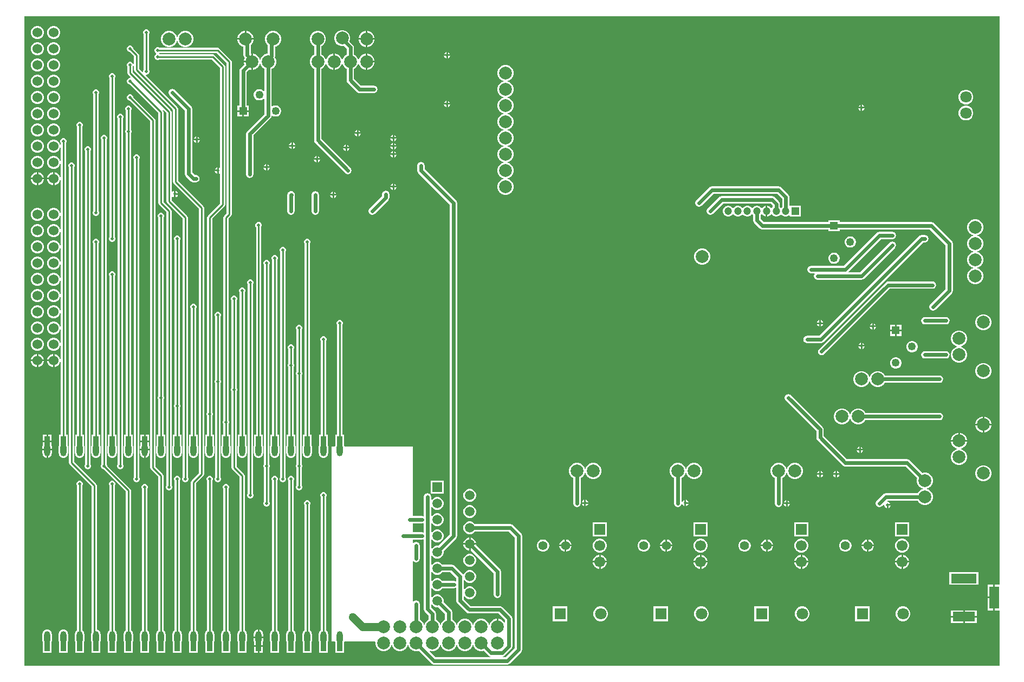
<source format=gbl>
G04*
G04 #@! TF.GenerationSoftware,Altium Limited,Altium Designer,23.4.1 (23)*
G04*
G04 Layer_Physical_Order=2*
G04 Layer_Color=16711680*
%FSLAX25Y25*%
%MOIN*%
G70*
G04*
G04 #@! TF.SameCoordinates,E68B94D6-D60F-444A-AFFC-629A5A92400F*
G04*
G04*
G04 #@! TF.FilePolarity,Positive*
G04*
G01*
G75*
%ADD15C,0.01000*%
%ADD67C,0.02400*%
%ADD68C,0.05000*%
%ADD69C,0.07087*%
%ADD70R,0.04724X0.04724*%
%ADD71C,0.04724*%
%ADD72C,0.05906*%
%ADD73R,0.05906X0.05906*%
%ADD74O,0.03740X0.07874*%
%ADD75R,0.03543X0.05906*%
%ADD76C,0.07874*%
%ADD77C,0.06000*%
%ADD78R,0.07087X0.07087*%
%ADD79C,0.04921*%
%ADD80R,0.04921X0.04921*%
%ADD81R,0.06693X0.06693*%
%ADD82C,0.06693*%
%ADD83C,0.05512*%
%ADD84R,0.15748X0.05906*%
%ADD85R,0.13780X0.05906*%
%ADD86R,0.05906X0.13780*%
%ADD87R,0.04921X0.04921*%
%ADD88C,0.02000*%
%ADD89C,0.05000*%
G36*
X700000Y149890D02*
X697004D01*
Y142000D01*
Y134110D01*
X700000D01*
Y100000D01*
X100000D01*
Y500000D01*
X700000D01*
Y149890D01*
D02*
G37*
%LPC*%
G36*
X199650Y490937D02*
X198350D01*
X197094Y490601D01*
X195969Y489951D01*
X195049Y489031D01*
X194399Y487906D01*
X194259Y487381D01*
X193741D01*
X193601Y487906D01*
X192951Y489031D01*
X192031Y489951D01*
X190906Y490601D01*
X189650Y490937D01*
X188350D01*
X187094Y490601D01*
X185969Y489951D01*
X185049Y489031D01*
X184399Y487906D01*
X184063Y486650D01*
Y485350D01*
X184399Y484094D01*
X185049Y482969D01*
X185969Y482049D01*
X187094Y481399D01*
X188350Y481063D01*
X189650D01*
X190906Y481399D01*
X192031Y482049D01*
X192951Y482969D01*
X193601Y484094D01*
X193741Y484619D01*
X194259D01*
X194399Y484094D01*
X195049Y482969D01*
X195969Y482049D01*
X197094Y481399D01*
X198350Y481063D01*
X199650D01*
X200906Y481399D01*
X202031Y482049D01*
X202951Y482969D01*
X203601Y484094D01*
X203937Y485350D01*
Y486650D01*
X203601Y487906D01*
X202951Y489031D01*
X202031Y489951D01*
X200906Y490601D01*
X199650Y490937D01*
D02*
G37*
G36*
X236650D02*
X236500D01*
Y486500D01*
X240937D01*
Y486650D01*
X240601Y487906D01*
X239951Y489031D01*
X239031Y489951D01*
X237906Y490601D01*
X236650Y490937D01*
D02*
G37*
G36*
X311150D02*
X311000D01*
Y486500D01*
X315437D01*
Y486650D01*
X315101Y487906D01*
X314451Y489031D01*
X313531Y489951D01*
X312406Y490601D01*
X311150Y490937D01*
D02*
G37*
G36*
X310000D02*
X309850D01*
X308594Y490601D01*
X307469Y489951D01*
X306549Y489031D01*
X305899Y487906D01*
X305563Y486650D01*
Y486500D01*
X310000D01*
Y490937D01*
D02*
G37*
G36*
X235500D02*
X235350D01*
X234094Y490601D01*
X232969Y489951D01*
X232049Y489031D01*
X231399Y487906D01*
X231063Y486650D01*
Y486500D01*
X235500D01*
Y490937D01*
D02*
G37*
G36*
X118527Y494000D02*
X117473D01*
X116456Y493727D01*
X115544Y493201D01*
X114799Y492456D01*
X114273Y491544D01*
X114000Y490527D01*
Y489473D01*
X114273Y488456D01*
X114799Y487544D01*
X115544Y486799D01*
X116456Y486273D01*
X117473Y486000D01*
X118527D01*
X119544Y486273D01*
X120456Y486799D01*
X121201Y487544D01*
X121727Y488456D01*
X122000Y489473D01*
Y490527D01*
X121727Y491544D01*
X121201Y492456D01*
X120456Y493201D01*
X119544Y493727D01*
X118527Y494000D01*
D02*
G37*
G36*
X108527D02*
X107473D01*
X106456Y493727D01*
X105544Y493201D01*
X104799Y492456D01*
X104273Y491544D01*
X104000Y490527D01*
Y489473D01*
X104273Y488456D01*
X104799Y487544D01*
X105544Y486799D01*
X106456Y486273D01*
X107473Y486000D01*
X108527D01*
X109544Y486273D01*
X110456Y486799D01*
X111201Y487544D01*
X111727Y488456D01*
X112000Y489473D01*
Y490527D01*
X111727Y491544D01*
X111201Y492456D01*
X110456Y493201D01*
X109544Y493727D01*
X108527Y494000D01*
D02*
G37*
G36*
X315437Y485500D02*
X311000D01*
Y481063D01*
X311150D01*
X312406Y481399D01*
X313531Y482049D01*
X314451Y482969D01*
X315101Y484094D01*
X315437Y485350D01*
Y485500D01*
D02*
G37*
G36*
X310000D02*
X305563D01*
Y485350D01*
X305899Y484094D01*
X306549Y482969D01*
X307469Y482049D01*
X308594Y481399D01*
X309850Y481063D01*
X310000D01*
Y485500D01*
D02*
G37*
G36*
X360500Y477958D02*
Y476500D01*
X361958D01*
X361696Y477133D01*
X361133Y477696D01*
X360500Y477958D01*
D02*
G37*
G36*
X359500D02*
X358867Y477696D01*
X358305Y477133D01*
X358042Y476500D01*
X359500D01*
Y477958D01*
D02*
G37*
G36*
X118527Y484000D02*
X117473D01*
X116456Y483727D01*
X115544Y483201D01*
X114799Y482456D01*
X114273Y481544D01*
X114000Y480527D01*
Y479473D01*
X114273Y478456D01*
X114799Y477544D01*
X115544Y476799D01*
X116456Y476273D01*
X117473Y476000D01*
X118527D01*
X119544Y476273D01*
X120456Y476799D01*
X121201Y477544D01*
X121727Y478456D01*
X122000Y479473D01*
Y480527D01*
X121727Y481544D01*
X121201Y482456D01*
X120456Y483201D01*
X119544Y483727D01*
X118527Y484000D01*
D02*
G37*
G36*
X108527D02*
X107473D01*
X106456Y483727D01*
X105544Y483201D01*
X104799Y482456D01*
X104273Y481544D01*
X104000Y480527D01*
Y479473D01*
X104273Y478456D01*
X104799Y477544D01*
X105544Y476799D01*
X106456Y476273D01*
X107473Y476000D01*
X108527D01*
X109544Y476273D01*
X110456Y476799D01*
X111201Y477544D01*
X111727Y478456D01*
X112000Y479473D01*
Y480527D01*
X111727Y481544D01*
X111201Y482456D01*
X110456Y483201D01*
X109544Y483727D01*
X108527Y484000D01*
D02*
G37*
G36*
X361958Y475500D02*
X360500D01*
Y474042D01*
X361133Y474304D01*
X361696Y474867D01*
X361958Y475500D01*
D02*
G37*
G36*
X359500D02*
X358042D01*
X358305Y474867D01*
X358867Y474304D01*
X359500Y474042D01*
Y475500D01*
D02*
G37*
G36*
X296150Y491437D02*
X294850D01*
X293594Y491101D01*
X292469Y490451D01*
X291549Y489531D01*
X290899Y488406D01*
X290563Y487150D01*
Y485850D01*
X290899Y484594D01*
X291549Y483469D01*
X292469Y482549D01*
X293594Y481899D01*
X294850Y481563D01*
X296150D01*
X296510Y481659D01*
X298257Y479912D01*
Y476406D01*
X297469Y475951D01*
X296549Y475031D01*
X295899Y473906D01*
X295759Y473381D01*
X295241D01*
X295101Y473906D01*
X294451Y475031D01*
X293531Y475951D01*
X292406Y476601D01*
X291150Y476937D01*
X291000D01*
Y472000D01*
Y467063D01*
X291150D01*
X292406Y467399D01*
X293531Y468049D01*
X294451Y468969D01*
X295101Y470094D01*
X295241Y470619D01*
X295759D01*
X295899Y470094D01*
X296549Y468969D01*
X297469Y468049D01*
X298257Y467594D01*
Y460500D01*
X298428Y459642D01*
X298914Y458914D01*
X304414Y453414D01*
X305142Y452928D01*
X306000Y452757D01*
X315000D01*
X315858Y452928D01*
X316586Y453414D01*
X317072Y454142D01*
X317243Y455000D01*
X317072Y455858D01*
X316586Y456586D01*
X315858Y457072D01*
X315000Y457243D01*
X306929D01*
X302743Y461429D01*
Y467594D01*
X303531Y468049D01*
X304451Y468969D01*
X305101Y470094D01*
X305241Y470619D01*
X305759D01*
X305899Y470094D01*
X306549Y468969D01*
X307469Y468049D01*
X308594Y467399D01*
X309850Y467063D01*
X310000D01*
Y472000D01*
Y476937D01*
X309850D01*
X308594Y476601D01*
X307469Y475951D01*
X306549Y475031D01*
X305899Y473906D01*
X305759Y473381D01*
X305241D01*
X305101Y473906D01*
X304451Y475031D01*
X303531Y475951D01*
X302743Y476406D01*
Y480841D01*
X302572Y481700D01*
X302086Y482427D01*
X300034Y484479D01*
X300101Y484594D01*
X300437Y485850D01*
Y487150D01*
X300101Y488406D01*
X299451Y489531D01*
X298531Y490451D01*
X297406Y491101D01*
X296150Y491437D01*
D02*
G37*
G36*
X253650Y490937D02*
X252350D01*
X251094Y490601D01*
X249969Y489951D01*
X249049Y489031D01*
X248399Y487906D01*
X248063Y486650D01*
Y485350D01*
X248399Y484094D01*
X249049Y482969D01*
X249757Y482261D01*
Y476937D01*
X249350D01*
X248094Y476601D01*
X246969Y475951D01*
X246049Y475031D01*
X245399Y473906D01*
X245259Y473381D01*
X244741D01*
X244601Y473906D01*
X243951Y475031D01*
X243031Y475951D01*
X241906Y476601D01*
X240650Y476937D01*
X240500D01*
Y472000D01*
Y467063D01*
X240650D01*
X241906Y467399D01*
X243031Y468049D01*
X243951Y468969D01*
X244601Y470094D01*
X244741Y470619D01*
X245259D01*
X245399Y470094D01*
X246049Y468969D01*
X246969Y468049D01*
X247596Y467687D01*
Y454143D01*
X247096Y453936D01*
X246625Y454407D01*
X245836Y454863D01*
X244956Y455098D01*
X244044D01*
X243164Y454863D01*
X242375Y454407D01*
X241731Y453763D01*
X241275Y452974D01*
X241039Y452093D01*
Y451182D01*
X241275Y450302D01*
X241731Y449513D01*
X242375Y448869D01*
X243164Y448413D01*
X244044Y448177D01*
X244956D01*
X245836Y448413D01*
X246625Y448869D01*
X247096Y449340D01*
X247596Y449133D01*
Y439682D01*
X237008Y429094D01*
X236522Y428366D01*
X236351Y427508D01*
Y402665D01*
X236522Y401806D01*
X237008Y401079D01*
X237736Y400592D01*
X238594Y400422D01*
X239453Y400592D01*
X240180Y401079D01*
X240667Y401806D01*
X240837Y402665D01*
Y426579D01*
X251426Y437167D01*
X251912Y437895D01*
X252034Y438510D01*
X252086Y438565D01*
X252512Y438750D01*
X252581Y438750D01*
X253164Y438413D01*
X254044Y438177D01*
X254956D01*
X255836Y438413D01*
X256625Y438869D01*
X257269Y439513D01*
X257725Y440302D01*
X257961Y441182D01*
Y442093D01*
X257725Y442974D01*
X257269Y443763D01*
X256625Y444407D01*
X255836Y444863D01*
X254956Y445098D01*
X254044D01*
X253164Y444863D01*
X252583Y444527D01*
X252082Y444784D01*
Y467502D01*
X253031Y468049D01*
X253951Y468969D01*
X254601Y470094D01*
X254937Y471350D01*
Y472650D01*
X254601Y473906D01*
X254102Y474770D01*
X254243Y475481D01*
Y481222D01*
X254906Y481399D01*
X256031Y482049D01*
X256951Y482969D01*
X257601Y484094D01*
X257937Y485350D01*
Y486650D01*
X257601Y487906D01*
X256951Y489031D01*
X256031Y489951D01*
X254906Y490601D01*
X253650Y490937D01*
D02*
G37*
G36*
X311150Y476937D02*
X311000D01*
Y472500D01*
X315437D01*
Y472650D01*
X315101Y473906D01*
X314451Y475031D01*
X313531Y475951D01*
X312406Y476601D01*
X311150Y476937D01*
D02*
G37*
G36*
X240937Y485500D02*
X236000D01*
X231063D01*
Y485350D01*
X231399Y484094D01*
X232049Y482969D01*
X232969Y482049D01*
X234094Y481399D01*
X234757Y481222D01*
Y476143D01*
X234928Y475284D01*
X235414Y474557D01*
X235643Y474328D01*
X235399Y473906D01*
X235063Y472650D01*
Y472500D01*
X239500D01*
Y476937D01*
X239378D01*
X239243Y477072D01*
Y482261D01*
X239951Y482969D01*
X240601Y484094D01*
X240937Y485350D01*
Y485500D01*
D02*
G37*
G36*
X315437Y471500D02*
X311000D01*
Y467063D01*
X311150D01*
X312406Y467399D01*
X313531Y468049D01*
X314451Y468969D01*
X315101Y470094D01*
X315437Y471350D01*
Y471500D01*
D02*
G37*
G36*
X281150Y490937D02*
X279850D01*
X278594Y490601D01*
X277469Y489951D01*
X276549Y489031D01*
X275899Y487906D01*
X275563Y486650D01*
Y485350D01*
X275899Y484094D01*
X276549Y482969D01*
X277469Y482049D01*
X278257Y481594D01*
Y476406D01*
X277469Y475951D01*
X276549Y475031D01*
X275899Y473906D01*
X275563Y472650D01*
Y471350D01*
X275899Y470094D01*
X276549Y468969D01*
X277469Y468049D01*
X278257Y467594D01*
Y423500D01*
X278428Y422642D01*
X278914Y421914D01*
X297414Y403414D01*
X298142Y402928D01*
X299000Y402757D01*
X299858Y402928D01*
X300586Y403414D01*
X301072Y404142D01*
X301243Y405000D01*
X301072Y405858D01*
X300586Y406586D01*
X282743Y424429D01*
Y467594D01*
X283531Y468049D01*
X284451Y468969D01*
X285101Y470094D01*
X285241Y470619D01*
X285759D01*
X285899Y470094D01*
X286549Y468969D01*
X287469Y468049D01*
X288594Y467399D01*
X289850Y467063D01*
X290000D01*
Y472000D01*
Y476937D01*
X289850D01*
X288594Y476601D01*
X287469Y475951D01*
X286549Y475031D01*
X285899Y473906D01*
X285759Y473381D01*
X285241D01*
X285101Y473906D01*
X284451Y475031D01*
X283531Y475951D01*
X282743Y476406D01*
Y481594D01*
X283531Y482049D01*
X284451Y482969D01*
X285101Y484094D01*
X285437Y485350D01*
Y486650D01*
X285101Y487906D01*
X284451Y489031D01*
X283531Y489951D01*
X282406Y490601D01*
X281150Y490937D01*
D02*
G37*
G36*
X239500Y471500D02*
X235063D01*
Y471350D01*
X235299Y470471D01*
X232914Y468086D01*
X232428Y467358D01*
X232257Y466500D01*
Y445098D01*
X231039D01*
Y442138D01*
X237961D01*
Y445098D01*
X236743D01*
Y465571D01*
X238471Y467299D01*
X239350Y467063D01*
X239500D01*
Y471500D01*
D02*
G37*
G36*
X118527Y474000D02*
X117473D01*
X116456Y473727D01*
X115544Y473201D01*
X114799Y472456D01*
X114273Y471544D01*
X114000Y470527D01*
Y469473D01*
X114273Y468456D01*
X114799Y467544D01*
X115544Y466799D01*
X116456Y466273D01*
X117473Y466000D01*
X118527D01*
X119544Y466273D01*
X120456Y466799D01*
X121201Y467544D01*
X121727Y468456D01*
X122000Y469473D01*
Y470527D01*
X121727Y471544D01*
X121201Y472456D01*
X120456Y473201D01*
X119544Y473727D01*
X118527Y474000D01*
D02*
G37*
G36*
X108527D02*
X107473D01*
X106456Y473727D01*
X105544Y473201D01*
X104799Y472456D01*
X104273Y471544D01*
X104000Y470527D01*
Y469473D01*
X104273Y468456D01*
X104799Y467544D01*
X105544Y466799D01*
X106456Y466273D01*
X107473Y466000D01*
X108527D01*
X109544Y466273D01*
X110456Y466799D01*
X111201Y467544D01*
X111727Y468456D01*
X112000Y469473D01*
Y470527D01*
X111727Y471544D01*
X111201Y472456D01*
X110456Y473201D01*
X109544Y473727D01*
X108527Y474000D01*
D02*
G37*
G36*
X175398Y492000D02*
X174602D01*
X173867Y491695D01*
X173304Y491133D01*
X173000Y490398D01*
Y489602D01*
X173304Y488867D01*
X173471Y488701D01*
Y467299D01*
X173304Y467133D01*
X173000Y466398D01*
Y465870D01*
X172500Y465663D01*
X170529Y467633D01*
Y476000D01*
X170413Y476585D01*
X170081Y477081D01*
X167000Y480163D01*
Y480398D01*
X166695Y481133D01*
X166133Y481696D01*
X165398Y482000D01*
X164602D01*
X163867Y481696D01*
X163304Y481133D01*
X163000Y480398D01*
Y479602D01*
X163304Y478867D01*
X163867Y478304D01*
X164602Y478000D01*
X164837D01*
X167471Y475366D01*
Y470469D01*
X167000Y470398D01*
X166695Y471133D01*
X166133Y471696D01*
X165398Y472000D01*
X164602D01*
X163867Y471696D01*
X163304Y471133D01*
X163000Y470398D01*
Y469602D01*
X163304Y468867D01*
X163471Y468701D01*
Y465000D01*
X163587Y464415D01*
X163919Y463919D01*
X165337Y462500D01*
X165130Y462000D01*
X164602D01*
X163867Y461695D01*
X163304Y461133D01*
X163000Y460398D01*
Y459602D01*
X163304Y458867D01*
X163867Y458305D01*
X164602Y458000D01*
X164837D01*
X182471Y440367D01*
Y385000D01*
X182587Y384415D01*
X182919Y383919D01*
X187471Y379366D01*
Y211299D01*
X187304Y211133D01*
X187000Y210398D01*
Y209602D01*
X187304Y208867D01*
X187867Y208305D01*
X188602Y208000D01*
X189398D01*
X190133Y208305D01*
X190696Y208867D01*
X191000Y209602D01*
Y210398D01*
X190696Y211133D01*
X190529Y211299D01*
Y380000D01*
X190413Y380585D01*
X190081Y381081D01*
X185529Y385633D01*
Y441000D01*
X185413Y441585D01*
X185148Y441982D01*
X185536Y442301D01*
X187471Y440367D01*
Y386000D01*
X187587Y385415D01*
X187919Y384919D01*
X197471Y375366D01*
Y216299D01*
X197304Y216133D01*
X197000Y215398D01*
Y214602D01*
X197304Y213867D01*
X197867Y213304D01*
X198602Y213000D01*
X199398D01*
X200133Y213304D01*
X200695Y213867D01*
X201000Y214602D01*
Y215398D01*
X200695Y216133D01*
X200529Y216299D01*
Y376000D01*
X200413Y376585D01*
X200081Y377081D01*
X190529Y386633D01*
Y388935D01*
X191029Y389142D01*
X191367Y388805D01*
X192000Y388542D01*
Y390500D01*
Y392458D01*
X191367Y392196D01*
X191029Y391858D01*
X190529Y392065D01*
Y441000D01*
X190413Y441585D01*
X190081Y442081D01*
X166529Y465633D01*
Y468701D01*
X166695Y468867D01*
X167000Y469602D01*
X167471Y469531D01*
Y467000D01*
X167587Y466415D01*
X167919Y465919D01*
X191471Y442367D01*
Y398000D01*
X191587Y397415D01*
X191919Y396919D01*
X207471Y381366D01*
Y223000D01*
Y218634D01*
X202919Y214081D01*
X202587Y213585D01*
X202471Y213000D01*
Y121897D01*
X201953Y121500D01*
X201493Y120900D01*
X201204Y120202D01*
X201105Y119453D01*
Y115319D01*
X201204Y114570D01*
X201228Y114510D01*
Y108118D01*
X206772D01*
Y114510D01*
X206796Y114570D01*
X206895Y115319D01*
Y119453D01*
X206796Y120202D01*
X206507Y120900D01*
X206047Y121500D01*
X205529Y121897D01*
Y212367D01*
X210081Y216919D01*
X210413Y217415D01*
X210529Y218000D01*
Y223000D01*
Y382000D01*
X210413Y382585D01*
X210081Y383081D01*
X194529Y398634D01*
Y443000D01*
X194413Y443585D01*
X194081Y444081D01*
X174663Y463500D01*
X174870Y464000D01*
X175398D01*
X176133Y464304D01*
X176696Y464867D01*
X177000Y465602D01*
Y466398D01*
X176696Y467133D01*
X176529Y467299D01*
Y488701D01*
X176696Y488867D01*
X177000Y489602D01*
Y490398D01*
X176696Y491133D01*
X176133Y491695D01*
X175398Y492000D01*
D02*
G37*
G36*
X118527Y464000D02*
X117473D01*
X116456Y463727D01*
X115544Y463201D01*
X114799Y462456D01*
X114273Y461544D01*
X114000Y460527D01*
Y459473D01*
X114273Y458456D01*
X114799Y457544D01*
X115544Y456799D01*
X116456Y456273D01*
X117473Y456000D01*
X118527D01*
X119544Y456273D01*
X120456Y456799D01*
X121201Y457544D01*
X121727Y458456D01*
X122000Y459473D01*
Y460527D01*
X121727Y461544D01*
X121201Y462456D01*
X120456Y463201D01*
X119544Y463727D01*
X118527Y464000D01*
D02*
G37*
G36*
X108527D02*
X107473D01*
X106456Y463727D01*
X105544Y463201D01*
X104799Y462456D01*
X104273Y461544D01*
X104000Y460527D01*
Y459473D01*
X104273Y458456D01*
X104799Y457544D01*
X105544Y456799D01*
X106456Y456273D01*
X107473Y456000D01*
X108527D01*
X109544Y456273D01*
X110456Y456799D01*
X111201Y457544D01*
X111727Y458456D01*
X112000Y459473D01*
Y460527D01*
X111727Y461544D01*
X111201Y462456D01*
X110456Y463201D01*
X109544Y463727D01*
X108527Y464000D01*
D02*
G37*
G36*
X360500Y447958D02*
Y446500D01*
X361958D01*
X361696Y447133D01*
X361133Y447695D01*
X360500Y447958D01*
D02*
G37*
G36*
X359500D02*
X358867Y447695D01*
X358305Y447133D01*
X358042Y446500D01*
X359500D01*
Y447958D01*
D02*
G37*
G36*
X118527Y454000D02*
X117473D01*
X116456Y453727D01*
X115544Y453201D01*
X114799Y452456D01*
X114273Y451544D01*
X114000Y450527D01*
Y449473D01*
X114273Y448456D01*
X114799Y447544D01*
X115544Y446799D01*
X116456Y446273D01*
X117473Y446000D01*
X118527D01*
X119544Y446273D01*
X120456Y446799D01*
X121201Y447544D01*
X121727Y448456D01*
X122000Y449473D01*
Y450527D01*
X121727Y451544D01*
X121201Y452456D01*
X120456Y453201D01*
X119544Y453727D01*
X118527Y454000D01*
D02*
G37*
G36*
X108527D02*
X107473D01*
X106456Y453727D01*
X105544Y453201D01*
X104799Y452456D01*
X104273Y451544D01*
X104000Y450527D01*
Y449473D01*
X104273Y448456D01*
X104799Y447544D01*
X105544Y446799D01*
X106456Y446273D01*
X107473Y446000D01*
X108527D01*
X109544Y446273D01*
X110456Y446799D01*
X111201Y447544D01*
X111727Y448456D01*
X112000Y449473D01*
Y450527D01*
X111727Y451544D01*
X111201Y452456D01*
X110456Y453201D01*
X109544Y453727D01*
X108527Y454000D01*
D02*
G37*
G36*
X679858Y454779D02*
X678662D01*
X677506Y454470D01*
X676470Y453872D01*
X675624Y453026D01*
X675026Y451990D01*
X674717Y450834D01*
Y449638D01*
X675026Y448483D01*
X675624Y447447D01*
X676470Y446601D01*
X677506Y446002D01*
X678662Y445693D01*
X679858D01*
X681013Y446002D01*
X682050Y446601D01*
X682895Y447447D01*
X683494Y448483D01*
X683803Y449638D01*
Y450834D01*
X683494Y451990D01*
X682895Y453026D01*
X682050Y453872D01*
X681013Y454470D01*
X679858Y454779D01*
D02*
G37*
G36*
X615479Y445646D02*
Y444188D01*
X616937D01*
X616675Y444821D01*
X616112Y445384D01*
X615479Y445646D01*
D02*
G37*
G36*
X614479D02*
X613846Y445384D01*
X613284Y444821D01*
X613022Y444188D01*
X614479D01*
Y445646D01*
D02*
G37*
G36*
X361958Y445500D02*
X360500D01*
Y444042D01*
X361133Y444305D01*
X361696Y444867D01*
X361958Y445500D01*
D02*
G37*
G36*
X359500D02*
X358042D01*
X358305Y444867D01*
X358867Y444305D01*
X359500Y444042D01*
Y445500D01*
D02*
G37*
G36*
X616937Y443188D02*
X615479D01*
Y441731D01*
X616112Y441993D01*
X616675Y442556D01*
X616937Y443188D01*
D02*
G37*
G36*
X614479D02*
X613022D01*
X613284Y442556D01*
X613846Y441993D01*
X614479Y441731D01*
Y443188D01*
D02*
G37*
G36*
X237961Y441138D02*
X235000D01*
Y438177D01*
X237961D01*
Y441138D01*
D02*
G37*
G36*
X234000D02*
X231039D01*
Y438177D01*
X234000D01*
Y441138D01*
D02*
G37*
G36*
X118527Y444000D02*
X117473D01*
X116456Y443727D01*
X115544Y443201D01*
X114799Y442456D01*
X114273Y441544D01*
X114000Y440527D01*
Y439473D01*
X114273Y438456D01*
X114799Y437544D01*
X115544Y436799D01*
X116456Y436273D01*
X117473Y436000D01*
X118527D01*
X119544Y436273D01*
X120456Y436799D01*
X121201Y437544D01*
X121727Y438456D01*
X122000Y439473D01*
Y440527D01*
X121727Y441544D01*
X121201Y442456D01*
X120456Y443201D01*
X119544Y443727D01*
X118527Y444000D01*
D02*
G37*
G36*
X108527D02*
X107473D01*
X106456Y443727D01*
X105544Y443201D01*
X104799Y442456D01*
X104273Y441544D01*
X104000Y440527D01*
Y439473D01*
X104273Y438456D01*
X104799Y437544D01*
X105544Y436799D01*
X106456Y436273D01*
X107473Y436000D01*
X108527D01*
X109544Y436273D01*
X110456Y436799D01*
X111201Y437544D01*
X111727Y438456D01*
X112000Y439473D01*
Y440527D01*
X111727Y441544D01*
X111201Y442456D01*
X110456Y443201D01*
X109544Y443727D01*
X108527Y444000D01*
D02*
G37*
G36*
X679858Y444937D02*
X678662D01*
X677506Y444627D01*
X676470Y444029D01*
X675624Y443183D01*
X675026Y442147D01*
X674717Y440992D01*
Y439796D01*
X675026Y438640D01*
X675624Y437604D01*
X676470Y436758D01*
X677506Y436160D01*
X678662Y435850D01*
X679858D01*
X681013Y436160D01*
X682050Y436758D01*
X682895Y437604D01*
X683494Y438640D01*
X683803Y439796D01*
Y440992D01*
X683494Y442147D01*
X682895Y443183D01*
X682050Y444029D01*
X681013Y444627D01*
X679858Y444937D01*
D02*
G37*
G36*
X305500Y429958D02*
Y428500D01*
X306958D01*
X306696Y429133D01*
X306133Y429696D01*
X305500Y429958D01*
D02*
G37*
G36*
X304500D02*
X303867Y429696D01*
X303305Y429133D01*
X303042Y428500D01*
X304500D01*
Y429958D01*
D02*
G37*
G36*
X306958Y427500D02*
X305500D01*
Y426042D01*
X306133Y426304D01*
X306696Y426867D01*
X306958Y427500D01*
D02*
G37*
G36*
X304500D02*
X303042D01*
X303305Y426867D01*
X303867Y426304D01*
X304500Y426042D01*
Y427500D01*
D02*
G37*
G36*
X118527Y434000D02*
X117473D01*
X116456Y433727D01*
X115544Y433201D01*
X114799Y432456D01*
X114273Y431544D01*
X114000Y430527D01*
Y429473D01*
X114273Y428456D01*
X114799Y427544D01*
X115544Y426799D01*
X116456Y426273D01*
X117473Y426000D01*
X118527D01*
X119544Y426273D01*
X120456Y426799D01*
X121201Y427544D01*
X121727Y428456D01*
X122000Y429473D01*
Y430527D01*
X121727Y431544D01*
X121201Y432456D01*
X120456Y433201D01*
X119544Y433727D01*
X118527Y434000D01*
D02*
G37*
G36*
X108527D02*
X107473D01*
X106456Y433727D01*
X105544Y433201D01*
X104799Y432456D01*
X104273Y431544D01*
X104000Y430527D01*
Y429473D01*
X104273Y428456D01*
X104799Y427544D01*
X105544Y426799D01*
X106456Y426273D01*
X107473Y426000D01*
X108527D01*
X109544Y426273D01*
X110456Y426799D01*
X111201Y427544D01*
X111727Y428456D01*
X112000Y429473D01*
Y430527D01*
X111727Y431544D01*
X111201Y432456D01*
X110456Y433201D01*
X109544Y433727D01*
X108527Y434000D01*
D02*
G37*
G36*
X327500Y426958D02*
Y425500D01*
X328958D01*
X328696Y426133D01*
X328133Y426695D01*
X327500Y426958D01*
D02*
G37*
G36*
X326500D02*
X325867Y426695D01*
X325305Y426133D01*
X325042Y425500D01*
X326500D01*
Y426958D01*
D02*
G37*
G36*
X206500Y425958D02*
Y424500D01*
X207958D01*
X207696Y425133D01*
X207133Y425696D01*
X206500Y425958D01*
D02*
G37*
G36*
X205500D02*
X204867Y425696D01*
X204305Y425133D01*
X204042Y424500D01*
X205500D01*
Y425958D01*
D02*
G37*
G36*
X328958Y424500D02*
X327500D01*
Y423042D01*
X328133Y423305D01*
X328696Y423867D01*
X328958Y424500D01*
D02*
G37*
G36*
X326500D02*
X325042D01*
X325305Y423867D01*
X325867Y423305D01*
X326500Y423042D01*
Y424500D01*
D02*
G37*
G36*
X207958Y423500D02*
X206500D01*
Y422042D01*
X207133Y422304D01*
X207696Y422867D01*
X207958Y423500D01*
D02*
G37*
G36*
X205500D02*
X204042D01*
X204305Y422867D01*
X204867Y422304D01*
X205500Y422042D01*
Y423500D01*
D02*
G37*
G36*
X265203Y422254D02*
Y420797D01*
X266661D01*
X266399Y421430D01*
X265836Y421992D01*
X265203Y422254D01*
D02*
G37*
G36*
X264203D02*
X263570Y421992D01*
X263008Y421430D01*
X262746Y420797D01*
X264203D01*
Y422254D01*
D02*
G37*
G36*
X124398Y425000D02*
X123602D01*
X122867Y424695D01*
X122304Y424133D01*
X122000Y423398D01*
Y422602D01*
X122304Y421867D01*
X122471Y421701D01*
Y420702D01*
X121971Y420636D01*
X121727Y421544D01*
X121201Y422456D01*
X120456Y423201D01*
X119544Y423727D01*
X118527Y424000D01*
X117473D01*
X116456Y423727D01*
X115544Y423201D01*
X114799Y422456D01*
X114273Y421544D01*
X114000Y420527D01*
Y419473D01*
X114273Y418456D01*
X114799Y417544D01*
X115544Y416799D01*
X116456Y416273D01*
X117473Y416000D01*
X118527D01*
X119544Y416273D01*
X120456Y416799D01*
X121201Y417544D01*
X121727Y418456D01*
X121971Y419364D01*
X122471Y419298D01*
Y410702D01*
X121971Y410636D01*
X121727Y411544D01*
X121201Y412456D01*
X120456Y413201D01*
X119544Y413727D01*
X118527Y414000D01*
X117473D01*
X116456Y413727D01*
X115544Y413201D01*
X114799Y412456D01*
X114273Y411544D01*
X114000Y410527D01*
Y409473D01*
X114273Y408456D01*
X114799Y407544D01*
X115544Y406799D01*
X116456Y406273D01*
X117473Y406000D01*
X118527D01*
X119544Y406273D01*
X120456Y406799D01*
X121201Y407544D01*
X121727Y408456D01*
X121971Y409364D01*
X122471Y409298D01*
Y400702D01*
X121971Y400636D01*
X121727Y401544D01*
X121201Y402456D01*
X120456Y403201D01*
X119544Y403727D01*
X118527Y404000D01*
X118500D01*
Y400000D01*
Y396000D01*
X118527D01*
X119544Y396273D01*
X120456Y396799D01*
X121201Y397544D01*
X121727Y398456D01*
X121971Y399364D01*
X122471Y399298D01*
Y378702D01*
X121971Y378636D01*
X121727Y379544D01*
X121201Y380456D01*
X120456Y381201D01*
X119544Y381727D01*
X118527Y382000D01*
X117473D01*
X116456Y381727D01*
X115544Y381201D01*
X114799Y380456D01*
X114273Y379544D01*
X114000Y378527D01*
Y377473D01*
X114273Y376456D01*
X114799Y375544D01*
X115544Y374799D01*
X116456Y374273D01*
X117473Y374000D01*
X118527D01*
X119544Y374273D01*
X120456Y374799D01*
X121201Y375544D01*
X121727Y376456D01*
X121971Y377364D01*
X122471Y377298D01*
Y368702D01*
X121971Y368636D01*
X121727Y369544D01*
X121201Y370456D01*
X120456Y371201D01*
X119544Y371727D01*
X118527Y372000D01*
X117473D01*
X116456Y371727D01*
X115544Y371201D01*
X114799Y370456D01*
X114273Y369544D01*
X114000Y368527D01*
Y367473D01*
X114273Y366456D01*
X114799Y365544D01*
X115544Y364799D01*
X116456Y364273D01*
X117473Y364000D01*
X118527D01*
X119544Y364273D01*
X120456Y364799D01*
X121201Y365544D01*
X121727Y366456D01*
X121971Y367364D01*
X122471Y367298D01*
Y358702D01*
X121971Y358636D01*
X121727Y359544D01*
X121201Y360456D01*
X120456Y361201D01*
X119544Y361727D01*
X118527Y362000D01*
X117473D01*
X116456Y361727D01*
X115544Y361201D01*
X114799Y360456D01*
X114273Y359544D01*
X114000Y358527D01*
Y357473D01*
X114273Y356456D01*
X114799Y355544D01*
X115544Y354799D01*
X116456Y354273D01*
X117473Y354000D01*
X118527D01*
X119544Y354273D01*
X120456Y354799D01*
X121201Y355544D01*
X121727Y356456D01*
X121971Y357364D01*
X122471Y357298D01*
Y348702D01*
X121971Y348636D01*
X121727Y349544D01*
X121201Y350456D01*
X120456Y351201D01*
X119544Y351727D01*
X118527Y352000D01*
X117473D01*
X116456Y351727D01*
X115544Y351201D01*
X114799Y350456D01*
X114273Y349544D01*
X114000Y348527D01*
Y347473D01*
X114273Y346456D01*
X114799Y345544D01*
X115544Y344799D01*
X116456Y344273D01*
X117473Y344000D01*
X118527D01*
X119544Y344273D01*
X120456Y344799D01*
X121201Y345544D01*
X121727Y346456D01*
X121971Y347364D01*
X122471Y347298D01*
Y338702D01*
X121971Y338636D01*
X121727Y339544D01*
X121201Y340456D01*
X120456Y341201D01*
X119544Y341727D01*
X118527Y342000D01*
X117473D01*
X116456Y341727D01*
X115544Y341201D01*
X114799Y340456D01*
X114273Y339544D01*
X114000Y338527D01*
Y337473D01*
X114273Y336456D01*
X114799Y335544D01*
X115544Y334799D01*
X116456Y334273D01*
X117473Y334000D01*
X118527D01*
X119544Y334273D01*
X120456Y334799D01*
X121201Y335544D01*
X121727Y336456D01*
X121971Y337364D01*
X122471Y337298D01*
Y328702D01*
X121971Y328636D01*
X121727Y329544D01*
X121201Y330456D01*
X120456Y331201D01*
X119544Y331727D01*
X118527Y332000D01*
X117473D01*
X116456Y331727D01*
X115544Y331201D01*
X114799Y330456D01*
X114273Y329544D01*
X114000Y328527D01*
Y327473D01*
X114273Y326456D01*
X114799Y325544D01*
X115544Y324799D01*
X116456Y324273D01*
X117473Y324000D01*
X118527D01*
X119544Y324273D01*
X120456Y324799D01*
X121201Y325544D01*
X121727Y326456D01*
X121971Y327364D01*
X122471Y327298D01*
Y318702D01*
X121971Y318636D01*
X121727Y319544D01*
X121201Y320456D01*
X120456Y321201D01*
X119544Y321727D01*
X118527Y322000D01*
X117473D01*
X116456Y321727D01*
X115544Y321201D01*
X114799Y320456D01*
X114273Y319544D01*
X114000Y318527D01*
Y317473D01*
X114273Y316456D01*
X114799Y315544D01*
X115544Y314799D01*
X116456Y314273D01*
X117473Y314000D01*
X118527D01*
X119544Y314273D01*
X120456Y314799D01*
X121201Y315544D01*
X121727Y316456D01*
X121971Y317364D01*
X122471Y317298D01*
Y308702D01*
X121971Y308636D01*
X121727Y309544D01*
X121201Y310456D01*
X120456Y311201D01*
X119544Y311727D01*
X118527Y312000D01*
X117473D01*
X116456Y311727D01*
X115544Y311201D01*
X114799Y310456D01*
X114273Y309544D01*
X114000Y308527D01*
Y307473D01*
X114273Y306456D01*
X114799Y305544D01*
X115544Y304799D01*
X116456Y304273D01*
X117473Y304000D01*
X118527D01*
X119544Y304273D01*
X120456Y304799D01*
X121201Y305544D01*
X121727Y306456D01*
X121971Y307364D01*
X122471Y307298D01*
Y298702D01*
X121971Y298636D01*
X121727Y299544D01*
X121201Y300456D01*
X120456Y301201D01*
X119544Y301727D01*
X118527Y302000D01*
X117473D01*
X116456Y301727D01*
X115544Y301201D01*
X114799Y300456D01*
X114273Y299544D01*
X114000Y298527D01*
Y297473D01*
X114273Y296456D01*
X114799Y295544D01*
X115544Y294799D01*
X116456Y294273D01*
X117473Y294000D01*
X118527D01*
X119544Y294273D01*
X120456Y294799D01*
X121201Y295544D01*
X121727Y296456D01*
X121971Y297364D01*
X122471Y297298D01*
Y288702D01*
X121971Y288636D01*
X121727Y289544D01*
X121201Y290456D01*
X120456Y291201D01*
X119544Y291727D01*
X118527Y292000D01*
X118500D01*
Y288000D01*
Y284000D01*
X118527D01*
X119544Y284273D01*
X120456Y284799D01*
X121201Y285544D01*
X121727Y286456D01*
X121971Y287364D01*
X122471Y287298D01*
Y242268D01*
X121228D01*
Y235876D01*
X121204Y235816D01*
X121105Y235067D01*
Y230933D01*
X121204Y230184D01*
X121493Y229486D01*
X121953Y228886D01*
X122553Y228426D01*
X123251Y228137D01*
X124000Y228038D01*
X124749Y228137D01*
X125447Y228426D01*
X126047Y228886D01*
X126507Y229486D01*
X126796Y230184D01*
X126895Y230933D01*
Y235067D01*
X126796Y235816D01*
X126772Y235876D01*
Y242268D01*
X125529D01*
Y421701D01*
X125696Y421867D01*
X126000Y422602D01*
Y423398D01*
X125696Y424133D01*
X125133Y424695D01*
X124398Y425000D01*
D02*
G37*
G36*
X327500Y421958D02*
Y420500D01*
X328958D01*
X328696Y421133D01*
X328133Y421696D01*
X327500Y421958D01*
D02*
G37*
G36*
X326500D02*
X325867Y421696D01*
X325305Y421133D01*
X325042Y420500D01*
X326500D01*
Y421958D01*
D02*
G37*
G36*
X298500Y420958D02*
Y419500D01*
X299958D01*
X299695Y420133D01*
X299133Y420695D01*
X298500Y420958D01*
D02*
G37*
G36*
X297500D02*
X296867Y420695D01*
X296304Y420133D01*
X296042Y419500D01*
X297500D01*
Y420958D01*
D02*
G37*
G36*
X266661Y419797D02*
X265203D01*
Y418339D01*
X265836Y418601D01*
X266399Y419164D01*
X266661Y419797D01*
D02*
G37*
G36*
X264203D02*
X262746D01*
X263008Y419164D01*
X263570Y418601D01*
X264203Y418339D01*
Y419797D01*
D02*
G37*
G36*
X328958Y419500D02*
X327500D01*
Y418042D01*
X328133Y418304D01*
X328696Y418867D01*
X328958Y419500D01*
D02*
G37*
G36*
X326500D02*
X325042D01*
X325305Y418867D01*
X325867Y418304D01*
X326500Y418042D01*
Y419500D01*
D02*
G37*
G36*
X299958Y418500D02*
X298500D01*
Y417042D01*
X299133Y417305D01*
X299695Y417867D01*
X299958Y418500D01*
D02*
G37*
G36*
X297500D02*
X296042D01*
X296304Y417867D01*
X296867Y417305D01*
X297500Y417042D01*
Y418500D01*
D02*
G37*
G36*
X108527Y424000D02*
X107473D01*
X106456Y423727D01*
X105544Y423201D01*
X104799Y422456D01*
X104273Y421544D01*
X104000Y420527D01*
Y419473D01*
X104273Y418456D01*
X104799Y417544D01*
X105544Y416799D01*
X106456Y416273D01*
X107473Y416000D01*
X108527D01*
X109544Y416273D01*
X110456Y416799D01*
X111201Y417544D01*
X111727Y418456D01*
X112000Y419473D01*
Y420527D01*
X111727Y421544D01*
X111201Y422456D01*
X110456Y423201D01*
X109544Y423727D01*
X108527Y424000D01*
D02*
G37*
G36*
X327500Y416958D02*
Y415500D01*
X328958D01*
X328696Y416133D01*
X328133Y416695D01*
X327500Y416958D01*
D02*
G37*
G36*
X326500D02*
X325867Y416695D01*
X325305Y416133D01*
X325042Y415500D01*
X326500D01*
Y416958D01*
D02*
G37*
G36*
X328958Y414500D02*
X327500D01*
Y413042D01*
X328133Y413305D01*
X328696Y413867D01*
X328958Y414500D01*
D02*
G37*
G36*
X326500D02*
X325042D01*
X325305Y413867D01*
X325867Y413305D01*
X326500Y413042D01*
Y414500D01*
D02*
G37*
G36*
X280500Y413958D02*
Y412500D01*
X281958D01*
X281696Y413133D01*
X281133Y413695D01*
X280500Y413958D01*
D02*
G37*
G36*
X279500D02*
X278867Y413695D01*
X278305Y413133D01*
X278042Y412500D01*
X279500D01*
Y413958D01*
D02*
G37*
G36*
X281958Y411500D02*
X280500D01*
Y410042D01*
X281133Y410304D01*
X281696Y410867D01*
X281958Y411500D01*
D02*
G37*
G36*
X279500D02*
X278042D01*
X278305Y410867D01*
X278867Y410304D01*
X279500Y410042D01*
Y411500D01*
D02*
G37*
G36*
X249500Y408958D02*
Y407500D01*
X250958D01*
X250695Y408133D01*
X250133Y408696D01*
X249500Y408958D01*
D02*
G37*
G36*
X248500D02*
X247867Y408696D01*
X247305Y408133D01*
X247042Y407500D01*
X248500D01*
Y408958D01*
D02*
G37*
G36*
X108527Y414000D02*
X107473D01*
X106456Y413727D01*
X105544Y413201D01*
X104799Y412456D01*
X104273Y411544D01*
X104000Y410527D01*
Y409473D01*
X104273Y408456D01*
X104799Y407544D01*
X105544Y406799D01*
X106456Y406273D01*
X107473Y406000D01*
X108527D01*
X109544Y406273D01*
X110456Y406799D01*
X111201Y407544D01*
X111727Y408456D01*
X112000Y409473D01*
Y410527D01*
X111727Y411544D01*
X111201Y412456D01*
X110456Y413201D01*
X109544Y413727D01*
X108527Y414000D01*
D02*
G37*
G36*
X218500Y406958D02*
X217867Y406696D01*
X217304Y406133D01*
X217042Y405500D01*
X218500D01*
Y406958D01*
D02*
G37*
G36*
X250958Y406500D02*
X249500D01*
Y405042D01*
X250133Y405304D01*
X250695Y405867D01*
X250958Y406500D01*
D02*
G37*
G36*
X248500D02*
X247042D01*
X247305Y405867D01*
X247867Y405304D01*
X248500Y405042D01*
Y406500D01*
D02*
G37*
G36*
X218500Y404500D02*
X217042D01*
X217304Y403867D01*
X217867Y403304D01*
X218500Y403042D01*
Y404500D01*
D02*
G37*
G36*
X108527Y404000D02*
X108500D01*
Y400500D01*
X112000D01*
Y400527D01*
X111727Y401544D01*
X111201Y402456D01*
X110456Y403201D01*
X109544Y403727D01*
X108527Y404000D01*
D02*
G37*
G36*
X117500D02*
X117473D01*
X116456Y403727D01*
X115544Y403201D01*
X114799Y402456D01*
X114273Y401544D01*
X114000Y400527D01*
Y400500D01*
X117500D01*
Y404000D01*
D02*
G37*
G36*
X107500D02*
X107473D01*
X106456Y403727D01*
X105544Y403201D01*
X104799Y402456D01*
X104273Y401544D01*
X104000Y400527D01*
Y400500D01*
X107500D01*
Y404000D01*
D02*
G37*
G36*
X191000Y455243D02*
X190142Y455072D01*
X189414Y454586D01*
X188928Y453858D01*
X188757Y453000D01*
X188928Y452142D01*
X189414Y451414D01*
X198757Y442071D01*
Y403000D01*
X198928Y402142D01*
X199414Y401414D01*
X202414Y398414D01*
X203142Y397928D01*
X204000Y397757D01*
X205525D01*
X206384Y397928D01*
X207112Y398414D01*
X207598Y399142D01*
X207769Y400000D01*
X207598Y400858D01*
X207112Y401586D01*
X206384Y402072D01*
X205525Y402243D01*
X204929D01*
X203243Y403929D01*
Y443000D01*
X203072Y443858D01*
X202586Y444586D01*
X192586Y454586D01*
X191858Y455072D01*
X191000Y455243D01*
D02*
G37*
G36*
X117500Y399500D02*
X114000D01*
Y399473D01*
X114273Y398456D01*
X114799Y397544D01*
X115544Y396799D01*
X116456Y396273D01*
X117473Y396000D01*
X117500D01*
Y399500D01*
D02*
G37*
G36*
X112000D02*
X108500D01*
Y396000D01*
X108527D01*
X109544Y396273D01*
X110456Y396799D01*
X111201Y397544D01*
X111727Y398456D01*
X112000Y399473D01*
Y399500D01*
D02*
G37*
G36*
X107500D02*
X104000D01*
Y399473D01*
X104273Y398456D01*
X104799Y397544D01*
X105544Y396799D01*
X106456Y396273D01*
X107473Y396000D01*
X107500D01*
Y399500D01*
D02*
G37*
G36*
X327500Y396958D02*
Y395500D01*
X328958D01*
X328696Y396133D01*
X328133Y396695D01*
X327500Y396958D01*
D02*
G37*
G36*
X326500D02*
X325867Y396695D01*
X325305Y396133D01*
X325042Y395500D01*
X326500D01*
Y396958D01*
D02*
G37*
G36*
X328958Y394500D02*
X327500D01*
Y393042D01*
X328133Y393304D01*
X328696Y393867D01*
X328958Y394500D01*
D02*
G37*
G36*
X326500D02*
X325042D01*
X325305Y393867D01*
X325867Y393304D01*
X326500Y393042D01*
Y394500D01*
D02*
G37*
G36*
X193000Y392458D02*
Y391000D01*
X194458D01*
X194195Y391633D01*
X193633Y392196D01*
X193000Y392458D01*
D02*
G37*
G36*
X290500Y391958D02*
Y390500D01*
X291958D01*
X291695Y391133D01*
X291133Y391695D01*
X290500Y391958D01*
D02*
G37*
G36*
X289500D02*
X288867Y391695D01*
X288304Y391133D01*
X288042Y390500D01*
X289500D01*
Y391958D01*
D02*
G37*
G36*
X396650Y469937D02*
X395350D01*
X394094Y469601D01*
X392969Y468951D01*
X392049Y468031D01*
X391399Y466906D01*
X391063Y465650D01*
Y464350D01*
X391399Y463094D01*
X392049Y461969D01*
X392969Y461049D01*
X394094Y460399D01*
X394619Y460259D01*
Y459741D01*
X394094Y459601D01*
X392969Y458951D01*
X392049Y458031D01*
X391399Y456906D01*
X391063Y455650D01*
Y454350D01*
X391399Y453094D01*
X392049Y451969D01*
X392969Y451049D01*
X394094Y450399D01*
X394619Y450259D01*
Y449741D01*
X394094Y449601D01*
X392969Y448951D01*
X392049Y448031D01*
X391399Y446906D01*
X391063Y445650D01*
Y444350D01*
X391399Y443094D01*
X392049Y441969D01*
X392969Y441049D01*
X394094Y440399D01*
X394619Y440259D01*
Y439741D01*
X394094Y439601D01*
X392969Y438951D01*
X392049Y438031D01*
X391399Y436906D01*
X391063Y435650D01*
Y434350D01*
X391399Y433094D01*
X392049Y431969D01*
X392969Y431049D01*
X394094Y430399D01*
X394619Y430259D01*
Y429741D01*
X394094Y429601D01*
X392969Y428951D01*
X392049Y428031D01*
X391399Y426906D01*
X391063Y425650D01*
Y424350D01*
X391399Y423094D01*
X392049Y421969D01*
X392969Y421049D01*
X394094Y420399D01*
X394619Y420259D01*
Y419741D01*
X394094Y419601D01*
X392969Y418951D01*
X392049Y418031D01*
X391399Y416906D01*
X391063Y415650D01*
Y414350D01*
X391399Y413094D01*
X392049Y411969D01*
X392969Y411049D01*
X394094Y410399D01*
X394619Y410259D01*
Y409741D01*
X394094Y409601D01*
X392969Y408951D01*
X392049Y408031D01*
X391399Y406906D01*
X391063Y405650D01*
Y404350D01*
X391399Y403094D01*
X392049Y401969D01*
X392969Y401049D01*
X394094Y400399D01*
X394619Y400259D01*
Y399741D01*
X394094Y399601D01*
X392969Y398951D01*
X392049Y398031D01*
X391399Y396906D01*
X391063Y395650D01*
Y394350D01*
X391399Y393094D01*
X392049Y391969D01*
X392969Y391049D01*
X394094Y390399D01*
X395350Y390063D01*
X396650D01*
X397906Y390399D01*
X399031Y391049D01*
X399951Y391969D01*
X400601Y393094D01*
X400937Y394350D01*
Y395650D01*
X400601Y396906D01*
X399951Y398031D01*
X399031Y398951D01*
X397906Y399601D01*
X397381Y399741D01*
Y400259D01*
X397906Y400399D01*
X399031Y401049D01*
X399951Y401969D01*
X400601Y403094D01*
X400937Y404350D01*
Y405650D01*
X400601Y406906D01*
X399951Y408031D01*
X399031Y408951D01*
X397906Y409601D01*
X397381Y409741D01*
Y410259D01*
X397906Y410399D01*
X399031Y411049D01*
X399951Y411969D01*
X400601Y413094D01*
X400937Y414350D01*
Y415650D01*
X400601Y416906D01*
X399951Y418031D01*
X399031Y418951D01*
X397906Y419601D01*
X397381Y419741D01*
Y420259D01*
X397906Y420399D01*
X399031Y421049D01*
X399951Y421969D01*
X400601Y423094D01*
X400937Y424350D01*
Y425650D01*
X400601Y426906D01*
X399951Y428031D01*
X399031Y428951D01*
X397906Y429601D01*
X397381Y429741D01*
Y430259D01*
X397906Y430399D01*
X399031Y431049D01*
X399951Y431969D01*
X400601Y433094D01*
X400937Y434350D01*
Y435650D01*
X400601Y436906D01*
X399951Y438031D01*
X399031Y438951D01*
X397906Y439601D01*
X397381Y439741D01*
Y440259D01*
X397906Y440399D01*
X399031Y441049D01*
X399951Y441969D01*
X400601Y443094D01*
X400937Y444350D01*
Y445650D01*
X400601Y446906D01*
X399951Y448031D01*
X399031Y448951D01*
X397906Y449601D01*
X397381Y449741D01*
Y450259D01*
X397906Y450399D01*
X399031Y451049D01*
X399951Y451969D01*
X400601Y453094D01*
X400937Y454350D01*
Y455650D01*
X400601Y456906D01*
X399951Y458031D01*
X399031Y458951D01*
X397906Y459601D01*
X397381Y459741D01*
Y460259D01*
X397906Y460399D01*
X399031Y461049D01*
X399951Y461969D01*
X400601Y463094D01*
X400937Y464350D01*
Y465650D01*
X400601Y466906D01*
X399951Y468031D01*
X399031Y468951D01*
X397906Y469601D01*
X396650Y469937D01*
D02*
G37*
G36*
X194458Y390000D02*
X193000D01*
Y388542D01*
X193633Y388805D01*
X194195Y389367D01*
X194458Y390000D01*
D02*
G37*
G36*
X291958Y389500D02*
X290500D01*
Y388042D01*
X291133Y388304D01*
X291695Y388867D01*
X291958Y389500D01*
D02*
G37*
G36*
X289500D02*
X288042D01*
X288304Y388867D01*
X288867Y388304D01*
X289500Y388042D01*
Y389500D01*
D02*
G37*
G36*
X564000Y395243D02*
X523000D01*
X522142Y395072D01*
X521414Y394586D01*
X513414Y386586D01*
X512928Y385858D01*
X512757Y385000D01*
X512928Y384142D01*
X513414Y383414D01*
X514142Y382928D01*
X515000Y382757D01*
X515858Y382928D01*
X516586Y383414D01*
X523929Y390757D01*
X563071D01*
X566190Y387638D01*
Y382512D01*
X565776Y382098D01*
X565636Y382043D01*
X565324D01*
X565185Y382098D01*
X564771Y382512D01*
Y384472D01*
X564600Y385331D01*
X564114Y386059D01*
X561586Y388586D01*
X560858Y389072D01*
X560000Y389243D01*
X529000D01*
X528142Y389072D01*
X527414Y388586D01*
X520414Y381586D01*
X519928Y380858D01*
X519757Y380000D01*
X519928Y379142D01*
X520414Y378414D01*
X521142Y377928D01*
X522000Y377757D01*
X522858Y377928D01*
X523586Y378414D01*
X529929Y384757D01*
X559071D01*
X560285Y383543D01*
Y382512D01*
X559870Y382098D01*
X559731Y382043D01*
X559419D01*
X559279Y382098D01*
X558686Y382690D01*
X557920Y383133D01*
X557122Y383347D01*
Y380000D01*
Y376653D01*
X557920Y376867D01*
X558686Y377310D01*
X559279Y377902D01*
X559419Y377957D01*
X559731D01*
X559870Y377902D01*
X560463Y377310D01*
X561230Y376867D01*
X562085Y376638D01*
X562970D01*
X563825Y376867D01*
X564592Y377310D01*
X565185Y377902D01*
X565324Y377957D01*
X565636D01*
X565776Y377902D01*
X566369Y377310D01*
X567135Y376867D01*
X567990Y376638D01*
X568876D01*
X569731Y376867D01*
X570476Y377297D01*
X570742Y377232D01*
X570976Y377135D01*
Y376638D01*
X577701D01*
Y383362D01*
X570976D01*
X570676Y383738D01*
Y388567D01*
X570505Y389425D01*
X570019Y390153D01*
X565586Y394586D01*
X564858Y395072D01*
X564000Y395243D01*
D02*
G37*
G36*
X551159Y383362D02*
X550274D01*
X549419Y383133D01*
X548652Y382690D01*
X548060Y382098D01*
X547920Y382043D01*
X547608D01*
X547468Y382098D01*
X546875Y382690D01*
X546109Y383133D01*
X545254Y383362D01*
X544368D01*
X543513Y383133D01*
X542747Y382690D01*
X542154Y382098D01*
X542014Y382043D01*
X541702D01*
X541563Y382098D01*
X540970Y382690D01*
X540203Y383133D01*
X539348Y383362D01*
X538463D01*
X537608Y383133D01*
X536841Y382690D01*
X536248Y382098D01*
X536109Y382043D01*
X535797D01*
X535657Y382098D01*
X535064Y382690D01*
X534298Y383133D01*
X533443Y383362D01*
X532557D01*
X531702Y383133D01*
X530936Y382690D01*
X530310Y382064D01*
X529867Y381298D01*
X529638Y380443D01*
Y379557D01*
X529867Y378702D01*
X530310Y377936D01*
X530936Y377310D01*
X531702Y376867D01*
X532557Y376638D01*
X533443D01*
X534298Y376867D01*
X535064Y377310D01*
X535657Y377902D01*
X535797Y377957D01*
X536109D01*
X536248Y377902D01*
X536841Y377310D01*
X537608Y376867D01*
X538463Y376638D01*
X539348D01*
X540203Y376867D01*
X540970Y377310D01*
X541563Y377902D01*
X541702Y377957D01*
X542014D01*
X542154Y377902D01*
X542747Y377310D01*
X543513Y376867D01*
X544368Y376638D01*
X545254D01*
X546109Y376867D01*
X546875Y377310D01*
X547468Y377902D01*
X547608Y377957D01*
X547920D01*
X548060Y377902D01*
X548473Y377488D01*
Y374284D01*
X548644Y373425D01*
X549130Y372697D01*
X552414Y369414D01*
X553142Y368928D01*
X554000Y368757D01*
X594677D01*
Y367539D01*
X601598D01*
Y368757D01*
X657071D01*
X666757Y359071D01*
Y331929D01*
X657414Y322586D01*
X656928Y321858D01*
X656757Y321000D01*
X656928Y320142D01*
X657414Y319414D01*
X658142Y318928D01*
X659000Y318757D01*
X659858Y318928D01*
X660586Y319414D01*
X670586Y329414D01*
X671072Y330142D01*
X671243Y331000D01*
Y360000D01*
X671072Y360858D01*
X670586Y361586D01*
X659586Y372586D01*
X658858Y373072D01*
X658000Y373243D01*
X601598D01*
Y374461D01*
X594677D01*
Y373243D01*
X554929D01*
X552960Y375213D01*
Y377488D01*
X553373Y377902D01*
X553513Y377957D01*
X553825D01*
X553965Y377902D01*
X554558Y377310D01*
X555324Y376867D01*
X556122Y376653D01*
Y380000D01*
Y383347D01*
X555324Y383133D01*
X554558Y382690D01*
X553965Y382098D01*
X553825Y382043D01*
X553513D01*
X553373Y382098D01*
X552781Y382690D01*
X552014Y383133D01*
X551159Y383362D01*
D02*
G37*
G36*
X322400Y392643D02*
X321542Y392472D01*
X320814Y391986D01*
X320328Y391258D01*
X320157Y390400D01*
Y389329D01*
X312414Y381586D01*
X311928Y380858D01*
X311757Y380000D01*
X311928Y379142D01*
X312414Y378414D01*
X313142Y377928D01*
X314000Y377757D01*
X314858Y377928D01*
X315586Y378414D01*
X323986Y386814D01*
X324472Y387542D01*
X324643Y388400D01*
Y390400D01*
X324472Y391258D01*
X323986Y391986D01*
X323258Y392472D01*
X322400Y392643D01*
D02*
G37*
G36*
X279000Y392243D02*
X278142Y392072D01*
X277414Y391586D01*
X276928Y390858D01*
X276757Y390000D01*
Y380000D01*
X276928Y379142D01*
X277414Y378414D01*
X278142Y377928D01*
X279000Y377757D01*
X279858Y377928D01*
X280586Y378414D01*
X281072Y379142D01*
X281243Y380000D01*
Y390000D01*
X281072Y390858D01*
X280586Y391586D01*
X279858Y392072D01*
X279000Y392243D01*
D02*
G37*
G36*
X264172Y392354D02*
X263313Y392183D01*
X262585Y391697D01*
X262414Y391525D01*
X261928Y390798D01*
X261757Y389939D01*
Y380000D01*
X261928Y379142D01*
X262414Y378414D01*
X263142Y377928D01*
X264000Y377757D01*
X264858Y377928D01*
X265586Y378414D01*
X266072Y379142D01*
X266243Y380000D01*
Y389251D01*
X266244Y389252D01*
X266415Y390111D01*
X266244Y390969D01*
X265758Y391697D01*
X265030Y392183D01*
X264172Y392354D01*
D02*
G37*
G36*
X144398Y455000D02*
X143602D01*
X142867Y454696D01*
X142305Y454133D01*
X142000Y453398D01*
Y452602D01*
X142305Y451867D01*
X142471Y451701D01*
Y380299D01*
X142305Y380133D01*
X142000Y379398D01*
Y378602D01*
X142305Y377867D01*
X142867Y377305D01*
X143602Y377000D01*
X144398D01*
X145133Y377305D01*
X145695Y377867D01*
X146000Y378602D01*
Y379398D01*
X145695Y380133D01*
X145529Y380299D01*
Y451701D01*
X145695Y451867D01*
X146000Y452602D01*
Y453398D01*
X145695Y454133D01*
X145133Y454696D01*
X144398Y455000D01*
D02*
G37*
G36*
X108527Y382000D02*
X107473D01*
X106456Y381727D01*
X105544Y381201D01*
X104799Y380456D01*
X104273Y379544D01*
X104000Y378527D01*
Y377473D01*
X104273Y376456D01*
X104799Y375544D01*
X105544Y374799D01*
X106456Y374273D01*
X107473Y374000D01*
X108527D01*
X109544Y374273D01*
X110456Y374799D01*
X111201Y375544D01*
X111727Y376456D01*
X112000Y377473D01*
Y378527D01*
X111727Y379544D01*
X111201Y380456D01*
X110456Y381201D01*
X109544Y381727D01*
X108527Y382000D01*
D02*
G37*
G36*
Y372000D02*
X107473D01*
X106456Y371727D01*
X105544Y371201D01*
X104799Y370456D01*
X104273Y369544D01*
X104000Y368527D01*
Y367473D01*
X104273Y366456D01*
X104799Y365544D01*
X105544Y364799D01*
X106456Y364273D01*
X107473Y364000D01*
X108527D01*
X109544Y364273D01*
X110456Y364799D01*
X111201Y365544D01*
X111727Y366456D01*
X112000Y367473D01*
Y368527D01*
X111727Y369544D01*
X111201Y370456D01*
X110456Y371201D01*
X109544Y371727D01*
X108527Y372000D01*
D02*
G37*
G36*
X154398Y465000D02*
X153602D01*
X152867Y464696D01*
X152304Y464133D01*
X152000Y463398D01*
Y462602D01*
X152304Y461867D01*
X152471Y461701D01*
Y364299D01*
X152304Y364133D01*
X152000Y363398D01*
Y362602D01*
X152304Y361867D01*
X152867Y361304D01*
X153602Y361000D01*
X154398D01*
X155133Y361304D01*
X155695Y361867D01*
X156000Y362602D01*
Y363398D01*
X155695Y364133D01*
X155529Y364299D01*
Y461701D01*
X155695Y461867D01*
X156000Y462602D01*
Y463398D01*
X155695Y464133D01*
X155133Y464696D01*
X154398Y465000D01*
D02*
G37*
G36*
X653994Y365249D02*
X652006D01*
X651148Y365078D01*
X650420Y364592D01*
X589071Y303243D01*
X581500D01*
X580642Y303072D01*
X579914Y302586D01*
X579428Y301858D01*
X579257Y301000D01*
X579428Y300142D01*
X579914Y299414D01*
X580642Y298928D01*
X581500Y298757D01*
X590000D01*
X590858Y298928D01*
X591586Y299414D01*
X652935Y360763D01*
X653970D01*
X654000Y360757D01*
X654858Y360928D01*
X655586Y361414D01*
X656072Y362142D01*
X656243Y363000D01*
X656072Y363858D01*
X655586Y364586D01*
X655580Y364592D01*
X654852Y365078D01*
X653994Y365249D01*
D02*
G37*
G36*
X608593Y364461D02*
X607682D01*
X606802Y364225D01*
X606013Y363769D01*
X605369Y363125D01*
X604913Y362336D01*
X604677Y361456D01*
Y360544D01*
X604913Y359664D01*
X605369Y358875D01*
X606013Y358231D01*
X606802Y357775D01*
X607682Y357539D01*
X608593D01*
X609474Y357775D01*
X610263Y358231D01*
X610907Y358875D01*
X611363Y359664D01*
X611598Y360544D01*
Y361456D01*
X611363Y362336D01*
X610907Y363125D01*
X610263Y363769D01*
X609474Y364225D01*
X608593Y364461D01*
D02*
G37*
G36*
X108527Y362000D02*
X107473D01*
X106456Y361727D01*
X105544Y361201D01*
X104799Y360456D01*
X104273Y359544D01*
X104000Y358527D01*
Y357473D01*
X104273Y356456D01*
X104799Y355544D01*
X105544Y354799D01*
X106456Y354273D01*
X107473Y354000D01*
X108527D01*
X109544Y354273D01*
X110456Y354799D01*
X111201Y355544D01*
X111727Y356456D01*
X112000Y357473D01*
Y358527D01*
X111727Y359544D01*
X111201Y360456D01*
X110456Y361201D01*
X109544Y361727D01*
X108527Y362000D01*
D02*
G37*
G36*
X598593Y354461D02*
X597682D01*
X596802Y354225D01*
X596013Y353769D01*
X595369Y353125D01*
X594913Y352336D01*
X594677Y351456D01*
Y350544D01*
X594913Y349664D01*
X595369Y348875D01*
X596013Y348231D01*
X596802Y347775D01*
X597682Y347539D01*
X598593D01*
X599473Y347775D01*
X600263Y348231D01*
X600907Y348875D01*
X601363Y349664D01*
X601598Y350544D01*
Y351456D01*
X601363Y352336D01*
X600907Y353125D01*
X600263Y353769D01*
X599473Y354225D01*
X598593Y354461D01*
D02*
G37*
G36*
X517650Y356937D02*
X516350D01*
X515094Y356601D01*
X513969Y355951D01*
X513049Y355031D01*
X512399Y353906D01*
X512063Y352650D01*
Y351350D01*
X512399Y350094D01*
X513049Y348969D01*
X513969Y348049D01*
X515094Y347399D01*
X516350Y347063D01*
X517650D01*
X518906Y347399D01*
X520031Y348049D01*
X520951Y348969D01*
X521601Y350094D01*
X521937Y351350D01*
Y352650D01*
X521601Y353906D01*
X520951Y355031D01*
X520031Y355951D01*
X518906Y356601D01*
X517650Y356937D01*
D02*
G37*
G36*
X108527Y352000D02*
X107473D01*
X106456Y351727D01*
X105544Y351201D01*
X104799Y350456D01*
X104273Y349544D01*
X104000Y348527D01*
Y347473D01*
X104273Y346456D01*
X104799Y345544D01*
X105544Y344799D01*
X106456Y344273D01*
X107473Y344000D01*
X108527D01*
X109544Y344273D01*
X110456Y344799D01*
X111201Y345544D01*
X111727Y346456D01*
X112000Y347473D01*
Y348527D01*
X111727Y349544D01*
X111201Y350456D01*
X110456Y351201D01*
X109544Y351727D01*
X108527Y352000D01*
D02*
G37*
G36*
X634000Y367243D02*
X626000D01*
X625142Y367072D01*
X624414Y366586D01*
X604071Y346243D01*
X584000D01*
X583142Y346072D01*
X582414Y345586D01*
X581928Y344858D01*
X581757Y344000D01*
X581928Y343142D01*
X582414Y342414D01*
X583142Y341928D01*
X584000Y341757D01*
X585927D01*
X586194Y341257D01*
X585928Y340858D01*
X585757Y340000D01*
X585928Y339142D01*
X586414Y338414D01*
X587142Y337928D01*
X588000Y337757D01*
X614949D01*
X615807Y337928D01*
X616535Y338414D01*
X635586Y357465D01*
X636072Y358193D01*
X636243Y359051D01*
X636072Y359910D01*
X635586Y360637D01*
X634858Y361123D01*
X634000Y361294D01*
X633142Y361123D01*
X632414Y360637D01*
X614020Y342243D01*
X607122D01*
X606915Y342743D01*
X626929Y362757D01*
X634000D01*
X634858Y362928D01*
X635586Y363414D01*
X636072Y364142D01*
X636243Y365000D01*
X636072Y365858D01*
X635586Y366586D01*
X634858Y367072D01*
X634000Y367243D01*
D02*
G37*
G36*
X685650Y374937D02*
X684350D01*
X683094Y374601D01*
X681969Y373951D01*
X681049Y373031D01*
X680399Y371906D01*
X680063Y370650D01*
Y369350D01*
X680399Y368094D01*
X681049Y366969D01*
X681969Y366049D01*
X683094Y365399D01*
X683619Y365259D01*
Y364741D01*
X683094Y364601D01*
X681969Y363951D01*
X681049Y363031D01*
X680399Y361906D01*
X680063Y360650D01*
Y359350D01*
X680399Y358094D01*
X681049Y356969D01*
X681969Y356049D01*
X683094Y355399D01*
X683619Y355259D01*
Y354741D01*
X683094Y354601D01*
X681969Y353951D01*
X681049Y353031D01*
X680399Y351906D01*
X680063Y350650D01*
Y349350D01*
X680399Y348094D01*
X681049Y346969D01*
X681969Y346049D01*
X683094Y345399D01*
X683619Y345259D01*
Y344741D01*
X683094Y344601D01*
X681969Y343951D01*
X681049Y343031D01*
X680399Y341906D01*
X680063Y340650D01*
Y339350D01*
X680399Y338094D01*
X681049Y336969D01*
X681969Y336049D01*
X683094Y335399D01*
X684350Y335063D01*
X685650D01*
X686906Y335399D01*
X688031Y336049D01*
X688951Y336969D01*
X689601Y338094D01*
X689937Y339350D01*
Y340650D01*
X689601Y341906D01*
X688951Y343031D01*
X688031Y343951D01*
X686906Y344601D01*
X686381Y344741D01*
Y345259D01*
X686906Y345399D01*
X688031Y346049D01*
X688951Y346969D01*
X689601Y348094D01*
X689937Y349350D01*
Y350650D01*
X689601Y351906D01*
X688951Y353031D01*
X688031Y353951D01*
X686906Y354601D01*
X686381Y354741D01*
Y355259D01*
X686906Y355399D01*
X688031Y356049D01*
X688951Y356969D01*
X689601Y358094D01*
X689937Y359350D01*
Y360650D01*
X689601Y361906D01*
X688951Y363031D01*
X688031Y363951D01*
X686906Y364601D01*
X686381Y364741D01*
Y365259D01*
X686906Y365399D01*
X688031Y366049D01*
X688951Y366969D01*
X689601Y368094D01*
X689937Y369350D01*
Y370650D01*
X689601Y371906D01*
X688951Y373031D01*
X688031Y373951D01*
X686906Y374601D01*
X685650Y374937D01*
D02*
G37*
G36*
X108527Y342000D02*
X107473D01*
X106456Y341727D01*
X105544Y341201D01*
X104799Y340456D01*
X104273Y339544D01*
X104000Y338527D01*
Y337473D01*
X104273Y336456D01*
X104799Y335544D01*
X105544Y334799D01*
X106456Y334273D01*
X107473Y334000D01*
X108527D01*
X109544Y334273D01*
X110456Y334799D01*
X111201Y335544D01*
X111727Y336456D01*
X112000Y337473D01*
Y338527D01*
X111727Y339544D01*
X111201Y340456D01*
X110456Y341201D01*
X109544Y341727D01*
X108527Y342000D01*
D02*
G37*
G36*
Y332000D02*
X107473D01*
X106456Y331727D01*
X105544Y331201D01*
X104799Y330456D01*
X104273Y329544D01*
X104000Y328527D01*
Y327473D01*
X104273Y326456D01*
X104799Y325544D01*
X105544Y324799D01*
X106456Y324273D01*
X107473Y324000D01*
X108527D01*
X109544Y324273D01*
X110456Y324799D01*
X111201Y325544D01*
X111727Y326456D01*
X112000Y327473D01*
Y328527D01*
X111727Y329544D01*
X111201Y330456D01*
X110456Y331201D01*
X109544Y331727D01*
X108527Y332000D01*
D02*
G37*
G36*
Y322000D02*
X107473D01*
X106456Y321727D01*
X105544Y321201D01*
X104799Y320456D01*
X104273Y319544D01*
X104000Y318527D01*
Y317473D01*
X104273Y316456D01*
X104799Y315544D01*
X105544Y314799D01*
X106456Y314273D01*
X107473Y314000D01*
X108527D01*
X109544Y314273D01*
X110456Y314799D01*
X111201Y315544D01*
X111727Y316456D01*
X112000Y317473D01*
Y318527D01*
X111727Y319544D01*
X111201Y320456D01*
X110456Y321201D01*
X109544Y321727D01*
X108527Y322000D01*
D02*
G37*
G36*
X590000Y312932D02*
Y311474D01*
X591458D01*
X591195Y312107D01*
X590633Y312670D01*
X590000Y312932D01*
D02*
G37*
G36*
X589000D02*
X588367Y312670D01*
X587805Y312107D01*
X587542Y311474D01*
X589000D01*
Y312932D01*
D02*
G37*
G36*
X667000Y314743D02*
X654000D01*
X653142Y314572D01*
X652414Y314086D01*
X651928Y313358D01*
X651757Y312500D01*
X651928Y311642D01*
X652414Y310914D01*
X653142Y310428D01*
X654000Y310257D01*
X667000D01*
X667858Y310428D01*
X668586Y310914D01*
X669072Y311642D01*
X669243Y312500D01*
X669072Y313358D01*
X668586Y314086D01*
X667858Y314572D01*
X667000Y314743D01*
D02*
G37*
G36*
X622500Y310958D02*
Y309500D01*
X623958D01*
X623696Y310133D01*
X623133Y310696D01*
X622500Y310958D01*
D02*
G37*
G36*
X621500D02*
X620867Y310696D01*
X620304Y310133D01*
X620042Y309500D01*
X621500D01*
Y310958D01*
D02*
G37*
G36*
X591458Y310474D02*
X590000D01*
Y309017D01*
X590633Y309279D01*
X591195Y309842D01*
X591458Y310474D01*
D02*
G37*
G36*
X589000D02*
X587542D01*
X587805Y309842D01*
X588367Y309279D01*
X589000Y309017D01*
Y310474D01*
D02*
G37*
G36*
X623958Y308500D02*
X622500D01*
Y307042D01*
X623133Y307305D01*
X623696Y307867D01*
X623958Y308500D01*
D02*
G37*
G36*
X621500D02*
X620042D01*
X620304Y307867D01*
X620867Y307305D01*
X621500Y307042D01*
Y308500D01*
D02*
G37*
G36*
X639598Y309961D02*
X636638D01*
Y307000D01*
X639598D01*
Y309961D01*
D02*
G37*
G36*
X635638D02*
X632677D01*
Y307000D01*
X635638D01*
Y309961D01*
D02*
G37*
G36*
X690650Y316437D02*
X689350D01*
X688094Y316101D01*
X686969Y315451D01*
X686049Y314531D01*
X685399Y313406D01*
X685063Y312150D01*
Y310850D01*
X685399Y309594D01*
X686049Y308469D01*
X686969Y307549D01*
X688094Y306899D01*
X689350Y306563D01*
X690650D01*
X691906Y306899D01*
X693031Y307549D01*
X693951Y308469D01*
X694601Y309594D01*
X694937Y310850D01*
Y312150D01*
X694601Y313406D01*
X693951Y314531D01*
X693031Y315451D01*
X691906Y316101D01*
X690650Y316437D01*
D02*
G37*
G36*
X108527Y312000D02*
X107473D01*
X106456Y311727D01*
X105544Y311201D01*
X104799Y310456D01*
X104273Y309544D01*
X104000Y308527D01*
Y307473D01*
X104273Y306456D01*
X104799Y305544D01*
X105544Y304799D01*
X106456Y304273D01*
X107473Y304000D01*
X108527D01*
X109544Y304273D01*
X110456Y304799D01*
X111201Y305544D01*
X111727Y306456D01*
X112000Y307473D01*
Y308527D01*
X111727Y309544D01*
X111201Y310456D01*
X110456Y311201D01*
X109544Y311727D01*
X108527Y312000D01*
D02*
G37*
G36*
X639598Y306000D02*
X636638D01*
Y303039D01*
X639598D01*
Y306000D01*
D02*
G37*
G36*
X635638D02*
X632677D01*
Y303039D01*
X635638D01*
Y306000D01*
D02*
G37*
G36*
X615500Y298958D02*
Y297500D01*
X616958D01*
X616695Y298133D01*
X616133Y298695D01*
X615500Y298958D01*
D02*
G37*
G36*
X614500D02*
X613867Y298695D01*
X613305Y298133D01*
X613042Y297500D01*
X614500D01*
Y298958D01*
D02*
G37*
G36*
X616958Y296500D02*
X615500D01*
Y295042D01*
X616133Y295304D01*
X616695Y295867D01*
X616958Y296500D01*
D02*
G37*
G36*
X614500D02*
X613042D01*
X613305Y295867D01*
X613867Y295304D01*
X614500Y295042D01*
Y296500D01*
D02*
G37*
G36*
X108527Y302000D02*
X107473D01*
X106456Y301727D01*
X105544Y301201D01*
X104799Y300456D01*
X104273Y299544D01*
X104000Y298527D01*
Y297473D01*
X104273Y296456D01*
X104799Y295544D01*
X105544Y294799D01*
X106456Y294273D01*
X107473Y294000D01*
X108527D01*
X109544Y294273D01*
X110456Y294799D01*
X111201Y295544D01*
X111727Y296456D01*
X112000Y297473D01*
Y298527D01*
X111727Y299544D01*
X111201Y300456D01*
X110456Y301201D01*
X109544Y301727D01*
X108527Y302000D01*
D02*
G37*
G36*
X646593Y299961D02*
X645682D01*
X644802Y299725D01*
X644013Y299269D01*
X643369Y298625D01*
X642913Y297836D01*
X642677Y296956D01*
Y296044D01*
X642913Y295164D01*
X643369Y294375D01*
X644013Y293731D01*
X644802Y293275D01*
X645682Y293039D01*
X646593D01*
X647473Y293275D01*
X648263Y293731D01*
X648907Y294375D01*
X649363Y295164D01*
X649598Y296044D01*
Y296956D01*
X649363Y297836D01*
X648907Y298625D01*
X648263Y299269D01*
X647473Y299725D01*
X646593Y299961D01*
D02*
G37*
G36*
X658679Y336740D02*
X631455D01*
X630596Y336569D01*
X629869Y336083D01*
X588871Y295086D01*
X588385Y294358D01*
X588214Y293500D01*
X588385Y292642D01*
X588871Y291914D01*
X589599Y291428D01*
X590458Y291257D01*
X591316Y291428D01*
X592044Y291914D01*
X632384Y332254D01*
X658679D01*
X659537Y332425D01*
X660265Y332911D01*
X660751Y333639D01*
X660922Y334497D01*
X660751Y335355D01*
X660265Y336083D01*
X659537Y336569D01*
X658679Y336740D01*
D02*
G37*
G36*
X667000Y293743D02*
X654000D01*
X653142Y293572D01*
X652414Y293086D01*
X651928Y292358D01*
X651757Y291500D01*
X651928Y290642D01*
X652414Y289914D01*
X653142Y289428D01*
X654000Y289257D01*
X667000D01*
X667858Y289428D01*
X668586Y289914D01*
X669072Y290642D01*
X669243Y291500D01*
X669072Y292358D01*
X668586Y293086D01*
X667858Y293572D01*
X667000Y293743D01*
D02*
G37*
G36*
X108527Y292000D02*
X108500D01*
Y288500D01*
X112000D01*
Y288527D01*
X111727Y289544D01*
X111201Y290456D01*
X110456Y291201D01*
X109544Y291727D01*
X108527Y292000D01*
D02*
G37*
G36*
X117500D02*
X117473D01*
X116456Y291727D01*
X115544Y291201D01*
X114799Y290456D01*
X114273Y289544D01*
X114000Y288527D01*
Y288500D01*
X117500D01*
Y292000D01*
D02*
G37*
G36*
X107500D02*
X107473D01*
X106456Y291727D01*
X105544Y291201D01*
X104799Y290456D01*
X104273Y289544D01*
X104000Y288527D01*
Y288500D01*
X107500D01*
Y292000D01*
D02*
G37*
G36*
X675650Y306437D02*
X674350D01*
X673094Y306101D01*
X671969Y305451D01*
X671049Y304531D01*
X670399Y303406D01*
X670063Y302150D01*
Y300850D01*
X670399Y299594D01*
X671049Y298469D01*
X671969Y297549D01*
X673094Y296899D01*
X673619Y296759D01*
Y296241D01*
X673094Y296101D01*
X671969Y295451D01*
X671049Y294531D01*
X670399Y293406D01*
X670063Y292150D01*
Y290850D01*
X670399Y289594D01*
X671049Y288469D01*
X671969Y287549D01*
X673094Y286899D01*
X674350Y286563D01*
X675650D01*
X676906Y286899D01*
X678031Y287549D01*
X678951Y288469D01*
X679601Y289594D01*
X679937Y290850D01*
Y292150D01*
X679601Y293406D01*
X678951Y294531D01*
X678031Y295451D01*
X676906Y296101D01*
X676381Y296241D01*
Y296759D01*
X676906Y296899D01*
X678031Y297549D01*
X678951Y298469D01*
X679601Y299594D01*
X679937Y300850D01*
Y302150D01*
X679601Y303406D01*
X678951Y304531D01*
X678031Y305451D01*
X676906Y306101D01*
X675650Y306437D01*
D02*
G37*
G36*
X117500Y287500D02*
X114000D01*
Y287473D01*
X114273Y286456D01*
X114799Y285544D01*
X115544Y284799D01*
X116456Y284273D01*
X117473Y284000D01*
X117500D01*
Y287500D01*
D02*
G37*
G36*
X112000D02*
X108500D01*
Y284000D01*
X108527D01*
X109544Y284273D01*
X110456Y284799D01*
X111201Y285544D01*
X111727Y286456D01*
X112000Y287473D01*
Y287500D01*
D02*
G37*
G36*
X107500D02*
X104000D01*
Y287473D01*
X104273Y286456D01*
X104799Y285544D01*
X105544Y284799D01*
X106456Y284273D01*
X107473Y284000D01*
X107500D01*
Y287500D01*
D02*
G37*
G36*
X636593Y289961D02*
X635682D01*
X634802Y289725D01*
X634013Y289269D01*
X633369Y288625D01*
X632913Y287836D01*
X632677Y286956D01*
Y286044D01*
X632913Y285164D01*
X633369Y284375D01*
X634013Y283731D01*
X634802Y283275D01*
X635682Y283039D01*
X636593D01*
X637473Y283275D01*
X638263Y283731D01*
X638907Y284375D01*
X639363Y285164D01*
X639598Y286044D01*
Y286956D01*
X639363Y287836D01*
X638907Y288625D01*
X638263Y289269D01*
X637473Y289725D01*
X636593Y289961D01*
D02*
G37*
G36*
X625650Y281437D02*
X624350D01*
X623094Y281101D01*
X621969Y280451D01*
X621049Y279531D01*
X620399Y278406D01*
X620259Y277881D01*
X619741D01*
X619601Y278406D01*
X618951Y279531D01*
X618031Y280451D01*
X616906Y281101D01*
X615650Y281437D01*
X614350D01*
X613094Y281101D01*
X611969Y280451D01*
X611049Y279531D01*
X610399Y278406D01*
X610063Y277150D01*
Y275850D01*
X610399Y274594D01*
X611049Y273469D01*
X611969Y272549D01*
X613094Y271899D01*
X614350Y271563D01*
X615650D01*
X616906Y271899D01*
X618031Y272549D01*
X618951Y273469D01*
X619601Y274594D01*
X619741Y275119D01*
X620259D01*
X620399Y274594D01*
X621049Y273469D01*
X621969Y272549D01*
X623094Y271899D01*
X624350Y271563D01*
X625650D01*
X626906Y271899D01*
X628031Y272549D01*
X628951Y273469D01*
X629406Y274257D01*
X663000D01*
X663858Y274428D01*
X664586Y274914D01*
X665072Y275642D01*
X665243Y276500D01*
X665072Y277358D01*
X664586Y278086D01*
X663858Y278572D01*
X663000Y278743D01*
X629406D01*
X628951Y279531D01*
X628031Y280451D01*
X626906Y281101D01*
X625650Y281437D01*
D02*
G37*
G36*
X690650Y286437D02*
X689350D01*
X688094Y286101D01*
X686969Y285451D01*
X686049Y284531D01*
X685399Y283406D01*
X685063Y282150D01*
Y280850D01*
X685399Y279594D01*
X686049Y278469D01*
X686969Y277549D01*
X688094Y276899D01*
X689350Y276563D01*
X690650D01*
X691906Y276899D01*
X693031Y277549D01*
X693951Y278469D01*
X694601Y279594D01*
X694937Y280850D01*
Y282150D01*
X694601Y283406D01*
X693951Y284531D01*
X693031Y285451D01*
X691906Y286101D01*
X690650Y286437D01*
D02*
G37*
G36*
X613650Y258437D02*
X612350D01*
X611094Y258101D01*
X609969Y257451D01*
X609049Y256531D01*
X608399Y255406D01*
X608259Y254881D01*
X607741D01*
X607601Y255406D01*
X606951Y256531D01*
X606031Y257451D01*
X604906Y258101D01*
X603650Y258437D01*
X602350D01*
X601094Y258101D01*
X599969Y257451D01*
X599049Y256531D01*
X598399Y255406D01*
X598063Y254150D01*
Y252850D01*
X598399Y251594D01*
X599049Y250469D01*
X599969Y249549D01*
X601094Y248899D01*
X602350Y248563D01*
X603650D01*
X604906Y248899D01*
X606031Y249549D01*
X606951Y250469D01*
X607601Y251594D01*
X607741Y252119D01*
X608259D01*
X608399Y251594D01*
X609049Y250469D01*
X609969Y249549D01*
X611094Y248899D01*
X612350Y248563D01*
X613650D01*
X614906Y248899D01*
X616031Y249549D01*
X616951Y250469D01*
X617406Y251257D01*
X663000D01*
X663858Y251428D01*
X664586Y251914D01*
X665072Y252642D01*
X665243Y253500D01*
X665072Y254358D01*
X664586Y255086D01*
X663858Y255572D01*
X663000Y255743D01*
X617406D01*
X616951Y256531D01*
X616031Y257451D01*
X614906Y258101D01*
X613650Y258437D01*
D02*
G37*
G36*
X690650Y253437D02*
X690500D01*
Y249000D01*
X694937D01*
Y249150D01*
X694601Y250406D01*
X693951Y251531D01*
X693031Y252451D01*
X691906Y253101D01*
X690650Y253437D01*
D02*
G37*
G36*
X689500D02*
X689350D01*
X688094Y253101D01*
X686969Y252451D01*
X686049Y251531D01*
X685399Y250406D01*
X685063Y249150D01*
Y249000D01*
X689500D01*
Y253437D01*
D02*
G37*
G36*
X694937Y248000D02*
X690500D01*
Y243563D01*
X690650D01*
X691906Y243899D01*
X693031Y244549D01*
X693951Y245469D01*
X694601Y246594D01*
X694937Y247850D01*
Y248000D01*
D02*
G37*
G36*
X689500D02*
X685063D01*
Y247850D01*
X685399Y246594D01*
X686049Y245469D01*
X686969Y244549D01*
X688094Y243899D01*
X689350Y243563D01*
X689500D01*
Y248000D01*
D02*
G37*
G36*
X675650Y243437D02*
X675500D01*
Y239000D01*
X679937D01*
Y239150D01*
X679601Y240406D01*
X678951Y241531D01*
X678031Y242451D01*
X676906Y243101D01*
X675650Y243437D01*
D02*
G37*
G36*
X674500D02*
X674350D01*
X673094Y243101D01*
X671969Y242451D01*
X671049Y241531D01*
X670399Y240406D01*
X670063Y239150D01*
Y239000D01*
X674500D01*
Y243437D01*
D02*
G37*
G36*
X176772Y242268D02*
X174500D01*
Y238815D01*
X176772D01*
Y242268D01*
D02*
G37*
G36*
X116772D02*
X114500D01*
Y238815D01*
X116772D01*
Y242268D01*
D02*
G37*
G36*
X173500D02*
X171228D01*
Y238815D01*
X173500D01*
Y242268D01*
D02*
G37*
G36*
X113500D02*
X111228D01*
Y238815D01*
X113500D01*
Y242268D01*
D02*
G37*
G36*
X614500Y234958D02*
Y233500D01*
X615958D01*
X615695Y234133D01*
X615133Y234696D01*
X614500Y234958D01*
D02*
G37*
G36*
X613500D02*
X612867Y234696D01*
X612304Y234133D01*
X612042Y233500D01*
X613500D01*
Y234958D01*
D02*
G37*
G36*
X176772Y237815D02*
X174000D01*
X171228D01*
Y235876D01*
X171204Y235816D01*
X171105Y235067D01*
Y233500D01*
X174000D01*
X176895D01*
Y235067D01*
X176796Y235816D01*
X176772Y235876D01*
Y237815D01*
D02*
G37*
G36*
X116772D02*
X114000D01*
X111228D01*
Y235876D01*
X111204Y235816D01*
X111105Y235067D01*
Y233500D01*
X114000D01*
X116895D01*
Y235067D01*
X116796Y235816D01*
X116772Y235876D01*
Y237815D01*
D02*
G37*
G36*
X615958Y232500D02*
X614500D01*
Y231042D01*
X615133Y231305D01*
X615695Y231867D01*
X615958Y232500D01*
D02*
G37*
G36*
X613500D02*
X612042D01*
X612304Y231867D01*
X612867Y231305D01*
X613500Y231042D01*
Y232500D01*
D02*
G37*
G36*
X176895D02*
X174500D01*
Y228104D01*
X174749Y228137D01*
X175447Y228426D01*
X176047Y228886D01*
X176507Y229486D01*
X176796Y230184D01*
X176895Y230933D01*
Y232500D01*
D02*
G37*
G36*
X116895D02*
X114500D01*
Y228104D01*
X114749Y228137D01*
X115447Y228426D01*
X116047Y228886D01*
X116507Y229486D01*
X116796Y230184D01*
X116895Y230933D01*
Y232500D01*
D02*
G37*
G36*
X173500D02*
X171105D01*
Y230933D01*
X171204Y230184D01*
X171493Y229486D01*
X171953Y228886D01*
X172553Y228426D01*
X173251Y228137D01*
X173500Y228104D01*
Y232500D01*
D02*
G37*
G36*
X113500D02*
X111105D01*
Y230933D01*
X111204Y230184D01*
X111493Y229486D01*
X111953Y228886D01*
X112553Y228426D01*
X113251Y228137D01*
X113500Y228104D01*
Y232500D01*
D02*
G37*
G36*
X284398Y303000D02*
X283602D01*
X282867Y302695D01*
X282305Y302133D01*
X282000Y301398D01*
Y300602D01*
X282305Y299867D01*
X282471Y299701D01*
Y242268D01*
X281228D01*
Y235876D01*
X281204Y235816D01*
X281105Y235067D01*
Y230933D01*
X281204Y230184D01*
X281493Y229486D01*
X281953Y228886D01*
X282553Y228426D01*
X283251Y228137D01*
X284000Y228038D01*
X284749Y228137D01*
X285447Y228426D01*
X286047Y228886D01*
X286507Y229486D01*
X286796Y230184D01*
X286895Y230933D01*
Y235067D01*
X286796Y235816D01*
X286772Y235876D01*
Y242268D01*
X285529D01*
Y299701D01*
X285696Y299867D01*
X286000Y300602D01*
Y301398D01*
X285696Y302133D01*
X285133Y302695D01*
X284398Y303000D01*
D02*
G37*
G36*
X274398Y363000D02*
X273602D01*
X272867Y362696D01*
X272305Y362133D01*
X272000Y361398D01*
Y360602D01*
X272305Y359867D01*
X272471Y359701D01*
Y242268D01*
X271228D01*
Y235876D01*
X271204Y235816D01*
X271105Y235067D01*
Y230933D01*
X271204Y230184D01*
X271493Y229486D01*
X271953Y228886D01*
X272553Y228426D01*
X273251Y228137D01*
X274000Y228038D01*
X274749Y228137D01*
X275447Y228426D01*
X276047Y228886D01*
X276507Y229486D01*
X276796Y230184D01*
X276895Y230933D01*
Y235067D01*
X276796Y235816D01*
X276772Y235876D01*
Y242268D01*
X275529D01*
Y359701D01*
X275695Y359867D01*
X276000Y360602D01*
Y361398D01*
X275695Y362133D01*
X275133Y362696D01*
X274398Y363000D01*
D02*
G37*
G36*
X264398Y298000D02*
X263602D01*
X262867Y297695D01*
X262304Y297133D01*
X262000Y296398D01*
Y295602D01*
X262304Y294867D01*
X262471Y294701D01*
Y286299D01*
X262304Y286133D01*
X262000Y285398D01*
Y284602D01*
X262304Y283867D01*
X262471Y283701D01*
Y242268D01*
X261228D01*
Y235876D01*
X261204Y235816D01*
X261105Y235067D01*
Y230933D01*
X261204Y230184D01*
X261493Y229486D01*
X261953Y228886D01*
X262553Y228426D01*
X263251Y228137D01*
X264000Y228038D01*
X264749Y228137D01*
X265447Y228426D01*
X266047Y228886D01*
X266507Y229486D01*
X266796Y230184D01*
X266895Y230933D01*
Y235067D01*
X266796Y235816D01*
X266772Y235876D01*
Y242268D01*
X265529D01*
Y283701D01*
X265696Y283867D01*
X266000Y284602D01*
Y285398D01*
X265696Y286133D01*
X265529Y286299D01*
Y294701D01*
X265696Y294867D01*
X266000Y295602D01*
Y296398D01*
X265696Y297133D01*
X265133Y297695D01*
X264398Y298000D01*
D02*
G37*
G36*
X254398Y353000D02*
X253602D01*
X252867Y352695D01*
X252305Y352133D01*
X252000Y351398D01*
Y350602D01*
X252305Y349867D01*
X252471Y349701D01*
Y242268D01*
X251228D01*
Y235876D01*
X251204Y235816D01*
X251105Y235067D01*
Y230933D01*
X251204Y230184D01*
X251493Y229486D01*
X251953Y228886D01*
X252553Y228426D01*
X253251Y228137D01*
X254000Y228038D01*
X254749Y228137D01*
X255447Y228426D01*
X256047Y228886D01*
X256507Y229486D01*
X256796Y230184D01*
X256895Y230933D01*
Y235067D01*
X256796Y235816D01*
X256772Y235876D01*
Y242268D01*
X255529D01*
Y349701D01*
X255696Y349867D01*
X256000Y350602D01*
Y351398D01*
X255696Y352133D01*
X255133Y352695D01*
X254398Y353000D01*
D02*
G37*
G36*
X244513Y373295D02*
X243717D01*
X242982Y372991D01*
X242420Y372428D01*
X242115Y371693D01*
Y370897D01*
X242420Y370162D01*
X242586Y369996D01*
Y242268D01*
X241228D01*
Y235876D01*
X241204Y235816D01*
X241105Y235067D01*
Y230933D01*
X241204Y230184D01*
X241493Y229486D01*
X241953Y228886D01*
X242553Y228426D01*
X243251Y228137D01*
X244000Y228038D01*
X244749Y228137D01*
X245447Y228426D01*
X246047Y228886D01*
X246507Y229486D01*
X246796Y230184D01*
X246895Y230933D01*
Y235067D01*
X246796Y235816D01*
X246772Y235876D01*
Y242268D01*
X245645D01*
Y369996D01*
X245811Y370162D01*
X246115Y370897D01*
Y371693D01*
X245811Y372428D01*
X245248Y372991D01*
X244513Y373295D01*
D02*
G37*
G36*
X234398Y333000D02*
X233602D01*
X232867Y332696D01*
X232305Y332133D01*
X232000Y331398D01*
Y330602D01*
X232305Y329867D01*
X232471Y329701D01*
Y242268D01*
X231228D01*
Y235876D01*
X231204Y235816D01*
X231105Y235067D01*
Y230933D01*
X231204Y230184D01*
X231493Y229486D01*
X231953Y228886D01*
X232553Y228426D01*
X233251Y228137D01*
X234000Y228038D01*
X234749Y228137D01*
X235447Y228426D01*
X236047Y228886D01*
X236507Y229486D01*
X236796Y230184D01*
X236895Y230933D01*
Y235067D01*
X236796Y235816D01*
X236772Y235876D01*
Y242268D01*
X235529D01*
Y329701D01*
X235696Y329867D01*
X236000Y330602D01*
Y331398D01*
X235696Y332133D01*
X235133Y332696D01*
X234398Y333000D01*
D02*
G37*
G36*
X182398Y481000D02*
X181602D01*
X180867Y480695D01*
X180305Y480133D01*
X180000Y479398D01*
Y478602D01*
X180305Y477867D01*
X180867Y477305D01*
X180999Y477250D01*
Y476750D01*
X180867Y476695D01*
X180305Y476133D01*
X180000Y475398D01*
Y474602D01*
X180305Y473867D01*
X180867Y473305D01*
X181602Y473000D01*
X182398D01*
X183133Y473305D01*
X183299Y473471D01*
X215367D01*
X220471Y468366D01*
Y407011D01*
X219971Y406763D01*
X219500Y406958D01*
Y405000D01*
Y403042D01*
X219971Y403237D01*
X220471Y402989D01*
Y384633D01*
X212919Y377081D01*
X212587Y376585D01*
X212471Y376000D01*
Y256299D01*
X212304Y256133D01*
X212000Y255398D01*
Y254602D01*
X212304Y253867D01*
X212471Y253701D01*
Y242268D01*
X211228D01*
Y235876D01*
X211204Y235816D01*
X211105Y235067D01*
Y230933D01*
X211204Y230184D01*
X211493Y229486D01*
X211953Y228886D01*
X212553Y228426D01*
X213251Y228137D01*
X214000Y228038D01*
X214749Y228137D01*
X215447Y228426D01*
X216047Y228886D01*
X216507Y229486D01*
X216796Y230184D01*
X216895Y230933D01*
Y235067D01*
X216796Y235816D01*
X216772Y235876D01*
Y242268D01*
X215529D01*
Y253701D01*
X215696Y253867D01*
X216000Y254602D01*
Y255398D01*
X215696Y256133D01*
X215529Y256299D01*
Y375366D01*
X223081Y382919D01*
X223413Y383415D01*
X223529Y384000D01*
Y469000D01*
X223413Y469585D01*
X223081Y470081D01*
X217081Y476081D01*
X216585Y476413D01*
X216000Y476529D01*
X183299D01*
X183166Y476662D01*
X183132Y476912D01*
X183129Y477212D01*
X183410Y477471D01*
X218367D01*
X224471Y471367D01*
Y378633D01*
X222919Y377081D01*
X222587Y376585D01*
X222471Y376000D01*
Y251299D01*
X222305Y251133D01*
X222000Y250398D01*
Y249602D01*
X222305Y248867D01*
X222471Y248701D01*
Y242268D01*
X221228D01*
Y235876D01*
X221204Y235816D01*
X221105Y235067D01*
Y230933D01*
X221204Y230184D01*
X221493Y229486D01*
X221953Y228886D01*
X222553Y228426D01*
X223251Y228137D01*
X224000Y228038D01*
X224749Y228137D01*
X225447Y228426D01*
X226047Y228886D01*
X226507Y229486D01*
X226796Y230184D01*
X226895Y230933D01*
Y235067D01*
X226796Y235816D01*
X226772Y235876D01*
Y242268D01*
X225529D01*
Y248701D01*
X225695Y248867D01*
X226000Y249602D01*
Y250398D01*
X225695Y251133D01*
X225529Y251299D01*
Y375366D01*
X227081Y376919D01*
X227413Y377415D01*
X227529Y378000D01*
Y472000D01*
X227413Y472585D01*
X227081Y473081D01*
X220081Y480081D01*
X219585Y480413D01*
X219000Y480529D01*
X183299D01*
X183133Y480695D01*
X182398Y481000D01*
D02*
G37*
G36*
X204398Y323000D02*
X203602D01*
X202867Y322695D01*
X202305Y322133D01*
X202000Y321398D01*
Y320602D01*
X202305Y319867D01*
X202471Y319701D01*
Y242268D01*
X201228D01*
Y235876D01*
X201204Y235816D01*
X201105Y235067D01*
Y230933D01*
X201204Y230184D01*
X201493Y229486D01*
X201953Y228886D01*
X202553Y228426D01*
X203251Y228137D01*
X204000Y228038D01*
X204749Y228137D01*
X205447Y228426D01*
X206047Y228886D01*
X206507Y229486D01*
X206796Y230184D01*
X206895Y230933D01*
Y235067D01*
X206796Y235816D01*
X206772Y235876D01*
Y242268D01*
X205529D01*
Y319701D01*
X205696Y319867D01*
X206000Y320602D01*
Y321398D01*
X205696Y322133D01*
X205133Y322695D01*
X204398Y323000D01*
D02*
G37*
G36*
X194398Y365000D02*
X193602D01*
X192867Y364696D01*
X192305Y364133D01*
X192000Y363398D01*
Y362602D01*
X192305Y361867D01*
X192471Y361701D01*
Y261299D01*
X192305Y261133D01*
X192000Y260398D01*
Y259602D01*
X192305Y258867D01*
X192471Y258701D01*
Y242268D01*
X191228D01*
Y235876D01*
X191204Y235816D01*
X191105Y235067D01*
Y230933D01*
X191204Y230184D01*
X191493Y229486D01*
X191953Y228886D01*
X192553Y228426D01*
X193251Y228137D01*
X194000Y228038D01*
X194749Y228137D01*
X195447Y228426D01*
X196047Y228886D01*
X196507Y229486D01*
X196796Y230184D01*
X196895Y230933D01*
Y235067D01*
X196796Y235816D01*
X196772Y235876D01*
Y242268D01*
X195529D01*
Y258701D01*
X195695Y258867D01*
X196000Y259602D01*
Y260398D01*
X195695Y261133D01*
X195529Y261299D01*
Y361701D01*
X195695Y361867D01*
X196000Y362602D01*
Y363398D01*
X195695Y364133D01*
X195133Y364696D01*
X194398Y365000D01*
D02*
G37*
G36*
X184398Y379000D02*
X183602D01*
X182867Y378696D01*
X182305Y378133D01*
X182000Y377398D01*
Y376602D01*
X182305Y375867D01*
X182471Y375701D01*
Y266299D01*
X182305Y266133D01*
X182000Y265398D01*
Y264602D01*
X182305Y263867D01*
X182471Y263701D01*
Y242268D01*
X181228D01*
Y235876D01*
X181204Y235816D01*
X181105Y235067D01*
Y230933D01*
X181204Y230184D01*
X181493Y229486D01*
X181953Y228886D01*
X182553Y228426D01*
X183251Y228137D01*
X184000Y228038D01*
X184749Y228137D01*
X185447Y228426D01*
X186047Y228886D01*
X186507Y229486D01*
X186796Y230184D01*
X186895Y230933D01*
Y235067D01*
X186796Y235816D01*
X186772Y235876D01*
Y242268D01*
X185529D01*
Y263701D01*
X185696Y263867D01*
X186000Y264602D01*
Y265398D01*
X185696Y266133D01*
X185529Y266299D01*
Y375701D01*
X185696Y375867D01*
X186000Y376602D01*
Y377398D01*
X185696Y378133D01*
X185133Y378696D01*
X184398Y379000D01*
D02*
G37*
G36*
X164398Y445000D02*
X163602D01*
X162867Y444696D01*
X162304Y444133D01*
X162000Y443398D01*
Y442602D01*
X162304Y441867D01*
X162471Y441701D01*
Y430299D01*
X162304Y430133D01*
X162000Y429398D01*
Y428602D01*
X162304Y427867D01*
X162471Y427701D01*
Y242268D01*
X161228D01*
Y235876D01*
X161204Y235816D01*
X161105Y235067D01*
Y230933D01*
X161204Y230184D01*
X161493Y229486D01*
X161953Y228886D01*
X162553Y228426D01*
X163251Y228137D01*
X164000Y228038D01*
X164749Y228137D01*
X165447Y228426D01*
X166047Y228886D01*
X166507Y229486D01*
X166796Y230184D01*
X166895Y230933D01*
Y235067D01*
X166796Y235816D01*
X166772Y235876D01*
Y242268D01*
X165529D01*
Y427701D01*
X165696Y427867D01*
X166000Y428602D01*
Y429398D01*
X165696Y430133D01*
X165529Y430299D01*
Y441701D01*
X165696Y441867D01*
X166000Y442602D01*
Y443398D01*
X165696Y444133D01*
X165133Y444696D01*
X164398Y445000D01*
D02*
G37*
G36*
X154398Y343000D02*
X153602D01*
X152867Y342695D01*
X152304Y342133D01*
X152000Y341398D01*
Y340602D01*
X152304Y339867D01*
X152471Y339701D01*
Y242268D01*
X151228D01*
Y235876D01*
X151204Y235816D01*
X151105Y235067D01*
Y230933D01*
X151204Y230184D01*
X151493Y229486D01*
X151953Y228886D01*
X152553Y228426D01*
X153251Y228137D01*
X154000Y228038D01*
X154749Y228137D01*
X155447Y228426D01*
X156047Y228886D01*
X156507Y229486D01*
X156796Y230184D01*
X156895Y230933D01*
Y235067D01*
X156796Y235816D01*
X156772Y235876D01*
Y242268D01*
X155529D01*
Y339701D01*
X155695Y339867D01*
X156000Y340602D01*
Y341398D01*
X155695Y342133D01*
X155133Y342695D01*
X154398Y343000D01*
D02*
G37*
G36*
X144398Y363000D02*
X143602D01*
X142867Y362696D01*
X142305Y362133D01*
X142000Y361398D01*
Y360602D01*
X142305Y359867D01*
X142488Y359684D01*
Y242268D01*
X141228D01*
Y235876D01*
X141204Y235816D01*
X141105Y235067D01*
Y230933D01*
X141204Y230184D01*
X141493Y229486D01*
X141953Y228886D01*
X142553Y228426D01*
X143251Y228137D01*
X144000Y228038D01*
X144749Y228137D01*
X145447Y228426D01*
X146047Y228886D01*
X146507Y229486D01*
X146796Y230184D01*
X146895Y230933D01*
Y235067D01*
X146796Y235816D01*
X146772Y235876D01*
Y242268D01*
X145547D01*
Y359718D01*
X145695Y359867D01*
X146000Y360602D01*
Y361398D01*
X145695Y362133D01*
X145133Y362696D01*
X144398Y363000D01*
D02*
G37*
G36*
X134398Y435000D02*
X133602D01*
X132867Y434695D01*
X132305Y434133D01*
X132000Y433398D01*
Y432602D01*
X132305Y431867D01*
X132471Y431701D01*
Y242268D01*
X131228D01*
Y235876D01*
X131204Y235816D01*
X131105Y235067D01*
Y230933D01*
X131204Y230184D01*
X131493Y229486D01*
X131953Y228886D01*
X132553Y228426D01*
X133251Y228137D01*
X134000Y228038D01*
X134749Y228137D01*
X135447Y228426D01*
X136047Y228886D01*
X136507Y229486D01*
X136796Y230184D01*
X136895Y230933D01*
Y235067D01*
X136796Y235816D01*
X136772Y235876D01*
Y242268D01*
X135529D01*
Y431701D01*
X135696Y431867D01*
X136000Y432602D01*
Y433398D01*
X135696Y434133D01*
X135133Y434695D01*
X134398Y435000D01*
D02*
G37*
G36*
X679937Y238000D02*
X675000D01*
X670063D01*
Y237850D01*
X670399Y236594D01*
X671049Y235469D01*
X671969Y234549D01*
X673094Y233899D01*
X673619Y233759D01*
Y233241D01*
X673094Y233101D01*
X671969Y232451D01*
X671049Y231531D01*
X670399Y230406D01*
X670063Y229150D01*
Y227850D01*
X670399Y226594D01*
X671049Y225469D01*
X671969Y224549D01*
X673094Y223899D01*
X674350Y223563D01*
X675650D01*
X676906Y223899D01*
X678031Y224549D01*
X678951Y225469D01*
X679601Y226594D01*
X679937Y227850D01*
Y229150D01*
X679601Y230406D01*
X678951Y231531D01*
X678031Y232451D01*
X676906Y233101D01*
X676381Y233241D01*
Y233759D01*
X676906Y233899D01*
X678031Y234549D01*
X678951Y235469D01*
X679601Y236594D01*
X679937Y237850D01*
Y238000D01*
D02*
G37*
G36*
X574650Y224937D02*
X573350D01*
X572094Y224601D01*
X570969Y223951D01*
X570049Y223031D01*
X569399Y221906D01*
X569259Y221381D01*
X568741D01*
X568601Y221906D01*
X567951Y223031D01*
X567031Y223951D01*
X565906Y224601D01*
X564650Y224937D01*
X563350D01*
X562094Y224601D01*
X560969Y223951D01*
X560049Y223031D01*
X559399Y221906D01*
X559063Y220650D01*
Y219350D01*
X559399Y218094D01*
X560049Y216969D01*
X560969Y216049D01*
X561757Y215594D01*
Y200000D01*
X561928Y199142D01*
X562414Y198414D01*
X563142Y197928D01*
X564000Y197757D01*
X564858Y197928D01*
X565586Y198414D01*
X566072Y199142D01*
X566243Y200000D01*
Y215594D01*
X567031Y216049D01*
X567951Y216969D01*
X568601Y218094D01*
X568741Y218619D01*
X569259D01*
X569399Y218094D01*
X570049Y216969D01*
X570969Y216049D01*
X572094Y215399D01*
X573350Y215063D01*
X574650D01*
X575906Y215399D01*
X577031Y216049D01*
X577951Y216969D01*
X578601Y218094D01*
X578937Y219350D01*
Y220650D01*
X578601Y221906D01*
X577951Y223031D01*
X577031Y223951D01*
X575906Y224601D01*
X574650Y224937D01*
D02*
G37*
G36*
X512650D02*
X511350D01*
X510094Y224601D01*
X508969Y223951D01*
X508049Y223031D01*
X507399Y221906D01*
X507259Y221381D01*
X506741D01*
X506601Y221906D01*
X505951Y223031D01*
X505031Y223951D01*
X503906Y224601D01*
X502650Y224937D01*
X501350D01*
X500094Y224601D01*
X498969Y223951D01*
X498049Y223031D01*
X497399Y221906D01*
X497063Y220650D01*
Y219350D01*
X497399Y218094D01*
X498049Y216969D01*
X498969Y216049D01*
X499757Y215594D01*
Y200000D01*
X499928Y199142D01*
X500414Y198414D01*
X501142Y197928D01*
X502000Y197757D01*
X502858Y197928D01*
X503586Y198414D01*
X504072Y199142D01*
X504196Y199765D01*
X504226Y199770D01*
X504703Y199749D01*
X504964Y199118D01*
X505527Y198556D01*
X506160Y198293D01*
Y200251D01*
Y202209D01*
X505527Y201947D01*
X504964Y201384D01*
X504743Y200850D01*
X504243Y200950D01*
Y215594D01*
X505031Y216049D01*
X505951Y216969D01*
X506601Y218094D01*
X506741Y218619D01*
X507259D01*
X507399Y218094D01*
X508049Y216969D01*
X508969Y216049D01*
X510094Y215399D01*
X511350Y215063D01*
X512650D01*
X513906Y215399D01*
X515031Y216049D01*
X515951Y216969D01*
X516601Y218094D01*
X516937Y219350D01*
Y220650D01*
X516601Y221906D01*
X515951Y223031D01*
X515031Y223951D01*
X513906Y224601D01*
X512650Y224937D01*
D02*
G37*
G36*
X450650D02*
X449350D01*
X448094Y224601D01*
X446969Y223951D01*
X446049Y223031D01*
X445399Y221906D01*
X445259Y221381D01*
X444741D01*
X444601Y221906D01*
X443951Y223031D01*
X443031Y223951D01*
X441906Y224601D01*
X440650Y224937D01*
X439350D01*
X438094Y224601D01*
X436969Y223951D01*
X436049Y223031D01*
X435399Y221906D01*
X435063Y220650D01*
Y219350D01*
X435399Y218094D01*
X436049Y216969D01*
X436969Y216049D01*
X437757Y215594D01*
Y200000D01*
X437928Y199142D01*
X438414Y198414D01*
X439142Y197928D01*
X440000Y197757D01*
X440858Y197928D01*
X441586Y198414D01*
X442072Y199142D01*
X442243Y200000D01*
Y215594D01*
X443031Y216049D01*
X443951Y216969D01*
X444601Y218094D01*
X444741Y218619D01*
X445259D01*
X445399Y218094D01*
X446049Y216969D01*
X446969Y216049D01*
X448094Y215399D01*
X449350Y215063D01*
X450650D01*
X451906Y215399D01*
X453031Y216049D01*
X453951Y216969D01*
X454601Y218094D01*
X454937Y219350D01*
Y220650D01*
X454601Y221906D01*
X453951Y223031D01*
X453031Y223951D01*
X451906Y224601D01*
X450650Y224937D01*
D02*
G37*
G36*
X159398Y440000D02*
X158602D01*
X157867Y439696D01*
X157305Y439133D01*
X157000Y438398D01*
Y437602D01*
X157305Y436867D01*
X157471Y436701D01*
Y224299D01*
X157305Y224133D01*
X157000Y223398D01*
Y222602D01*
X157305Y221867D01*
X157867Y221304D01*
X158602Y221000D01*
X159398D01*
X160133Y221304D01*
X160696Y221867D01*
X161000Y222602D01*
Y223398D01*
X160696Y224133D01*
X160529Y224299D01*
Y436701D01*
X160696Y436867D01*
X161000Y437602D01*
Y438398D01*
X160696Y439133D01*
X160133Y439696D01*
X159398Y440000D01*
D02*
G37*
G36*
X139398Y420000D02*
X138602D01*
X137867Y419696D01*
X137304Y419133D01*
X137000Y418398D01*
Y417602D01*
X137304Y416867D01*
X137471Y416701D01*
Y224299D01*
X137304Y224133D01*
X137000Y223398D01*
Y222602D01*
X137304Y221867D01*
X137867Y221304D01*
X138602Y221000D01*
X139398D01*
X140133Y221304D01*
X140696Y221867D01*
X141000Y222602D01*
Y223398D01*
X140696Y224133D01*
X140529Y224299D01*
Y416701D01*
X140696Y416867D01*
X141000Y417602D01*
Y418398D01*
X140696Y419133D01*
X140133Y419696D01*
X139398Y420000D01*
D02*
G37*
G36*
X600000Y219958D02*
Y218500D01*
X601458D01*
X601195Y219133D01*
X600633Y219695D01*
X600000Y219958D01*
D02*
G37*
G36*
X599000D02*
X598367Y219695D01*
X597804Y219133D01*
X597542Y218500D01*
X599000D01*
Y219958D01*
D02*
G37*
G36*
X590000D02*
Y218500D01*
X591458D01*
X591195Y219133D01*
X590633Y219695D01*
X590000Y219958D01*
D02*
G37*
G36*
X589000D02*
X588367Y219695D01*
X587805Y219133D01*
X587542Y218500D01*
X589000D01*
Y219958D01*
D02*
G37*
G36*
X601458Y217500D02*
X600000D01*
Y216042D01*
X600633Y216304D01*
X601195Y216867D01*
X601458Y217500D01*
D02*
G37*
G36*
X599000D02*
X597542D01*
X597804Y216867D01*
X598367Y216304D01*
X599000Y216042D01*
Y217500D01*
D02*
G37*
G36*
X591458D02*
X590000D01*
Y216042D01*
X590633Y216304D01*
X591195Y216867D01*
X591458Y217500D01*
D02*
G37*
G36*
X589000D02*
X587542D01*
X587805Y216867D01*
X588367Y216304D01*
X589000Y216042D01*
Y217500D01*
D02*
G37*
G36*
X690650Y223437D02*
X689350D01*
X688094Y223101D01*
X686969Y222451D01*
X686049Y221531D01*
X685399Y220406D01*
X685063Y219150D01*
Y217850D01*
X685399Y216594D01*
X686049Y215469D01*
X686969Y214549D01*
X688094Y213899D01*
X689350Y213563D01*
X690650D01*
X691906Y213899D01*
X693031Y214549D01*
X693951Y215469D01*
X694601Y216594D01*
X694937Y217850D01*
Y219150D01*
X694601Y220406D01*
X693951Y221531D01*
X693031Y222451D01*
X691906Y223101D01*
X690650Y223437D01*
D02*
G37*
G36*
X259398Y358000D02*
X258602D01*
X257867Y357696D01*
X257305Y357133D01*
X257000Y356398D01*
Y355602D01*
X257305Y354867D01*
X257471Y354701D01*
Y223000D01*
Y216299D01*
X257305Y216133D01*
X257000Y215398D01*
Y214602D01*
X257305Y213867D01*
X257867Y213304D01*
X258602Y213000D01*
X259398D01*
X260133Y213304D01*
X260696Y213867D01*
X261000Y214602D01*
Y215398D01*
X260696Y216133D01*
X260529Y216299D01*
Y223000D01*
Y354701D01*
X260696Y354867D01*
X261000Y355602D01*
Y356398D01*
X260696Y357133D01*
X260133Y357696D01*
X259398Y358000D01*
D02*
G37*
G36*
X219398Y318000D02*
X218602D01*
X217867Y317695D01*
X217304Y317133D01*
X217000Y316398D01*
Y315602D01*
X217304Y314867D01*
X217471Y314701D01*
Y276299D01*
X217304Y276133D01*
X217000Y275398D01*
Y274602D01*
X217304Y273867D01*
X217471Y273701D01*
Y216299D01*
X217304Y216133D01*
X217000Y215398D01*
Y214602D01*
X217304Y213867D01*
X217867Y213304D01*
X218602Y213000D01*
X219398D01*
X220133Y213304D01*
X220695Y213867D01*
X221000Y214602D01*
Y215398D01*
X220695Y216133D01*
X220529Y216299D01*
Y273701D01*
X220695Y273867D01*
X221000Y274602D01*
Y275398D01*
X220695Y276133D01*
X220529Y276299D01*
Y314701D01*
X220695Y314867D01*
X221000Y315602D01*
Y316398D01*
X220695Y317133D01*
X220133Y317695D01*
X219398Y318000D01*
D02*
G37*
G36*
X169398Y415000D02*
X168602D01*
X167867Y414696D01*
X167305Y414133D01*
X167000Y413398D01*
Y412602D01*
X167305Y411867D01*
X167471Y411701D01*
Y216299D01*
X167305Y216133D01*
X167000Y215398D01*
Y214602D01*
X167305Y213867D01*
X167867Y213304D01*
X168602Y213000D01*
X169398D01*
X170133Y213304D01*
X170695Y213867D01*
X171000Y214602D01*
Y215398D01*
X170695Y216133D01*
X170529Y216299D01*
Y411701D01*
X170695Y411867D01*
X171000Y412602D01*
Y413398D01*
X170695Y414133D01*
X170133Y414696D01*
X169398Y415000D01*
D02*
G37*
G36*
X269398Y310000D02*
X268602D01*
X267867Y309696D01*
X267304Y309133D01*
X267000Y308398D01*
Y307602D01*
X267304Y306867D01*
X267471Y306701D01*
Y281299D01*
X267304Y281133D01*
X267000Y280398D01*
Y279602D01*
X267304Y278867D01*
X267471Y278701D01*
Y224299D01*
X267304Y224133D01*
X267000Y223398D01*
Y222602D01*
X267304Y221867D01*
X267471Y221701D01*
Y211299D01*
X267304Y211133D01*
X267000Y210398D01*
Y209602D01*
X267304Y208867D01*
X267867Y208305D01*
X268602Y208000D01*
X269398D01*
X270133Y208305D01*
X270695Y208867D01*
X271000Y209602D01*
Y210398D01*
X270695Y211133D01*
X270529Y211299D01*
Y221701D01*
X270695Y221867D01*
X271000Y222602D01*
Y223398D01*
X270695Y224133D01*
X270529Y224299D01*
Y278701D01*
X270695Y278867D01*
X271000Y279602D01*
Y280398D01*
X270695Y281133D01*
X270529Y281299D01*
Y306701D01*
X270695Y306867D01*
X271000Y307602D01*
Y308398D01*
X270695Y309133D01*
X270133Y309696D01*
X269398Y310000D01*
D02*
G37*
G36*
X357953Y213953D02*
X350047D01*
Y206047D01*
X357953D01*
Y213953D01*
D02*
G37*
G36*
X239398Y338000D02*
X238602D01*
X237867Y337696D01*
X237304Y337133D01*
X237000Y336398D01*
Y335602D01*
X237304Y334867D01*
X237471Y334701D01*
Y206299D01*
X237304Y206133D01*
X237000Y205398D01*
Y204602D01*
X237304Y203867D01*
X237867Y203305D01*
X238602Y203000D01*
X239398D01*
X240133Y203305D01*
X240696Y203867D01*
X241000Y204602D01*
Y205398D01*
X240696Y206133D01*
X240529Y206299D01*
Y334701D01*
X240696Y334867D01*
X241000Y335602D01*
Y336398D01*
X240696Y337133D01*
X240133Y337696D01*
X239398Y338000D01*
D02*
G37*
G36*
X374520Y208953D02*
X373480D01*
X372474Y208683D01*
X371573Y208163D01*
X370837Y207427D01*
X370317Y206526D01*
X370047Y205520D01*
Y204480D01*
X370317Y203474D01*
X370837Y202573D01*
X371573Y201837D01*
X372474Y201317D01*
X373480Y201047D01*
X374520D01*
X375526Y201317D01*
X376427Y201837D01*
X377163Y202573D01*
X377683Y203474D01*
X377953Y204480D01*
Y205520D01*
X377683Y206526D01*
X377163Y207427D01*
X376427Y208163D01*
X375526Y208683D01*
X374520Y208953D01*
D02*
G37*
G36*
X445411Y202235D02*
Y200778D01*
X446868D01*
X446606Y201410D01*
X446044Y201973D01*
X445411Y202235D01*
D02*
G37*
G36*
X444411D02*
X443778Y201973D01*
X443215Y201410D01*
X442953Y200778D01*
X444411D01*
Y202235D01*
D02*
G37*
G36*
X507160Y202209D02*
Y200751D01*
X508617D01*
X508355Y201384D01*
X507793Y201947D01*
X507160Y202209D01*
D02*
G37*
G36*
X569500Y201958D02*
Y200500D01*
X570958D01*
X570695Y201133D01*
X570133Y201695D01*
X569500Y201958D01*
D02*
G37*
G36*
X568500D02*
X567867Y201695D01*
X567305Y201133D01*
X567042Y200500D01*
X568500D01*
Y201958D01*
D02*
G37*
G36*
X570000Y267243D02*
X569142Y267072D01*
X568414Y266586D01*
X567928Y265858D01*
X567757Y265000D01*
X567928Y264142D01*
X568414Y263414D01*
X587257Y244571D01*
Y240500D01*
X587428Y239642D01*
X587914Y238914D01*
X603414Y223414D01*
X604142Y222928D01*
X605000Y222757D01*
X642071D01*
X649299Y215529D01*
X649063Y214650D01*
Y213350D01*
X649399Y212094D01*
X650049Y210969D01*
X650969Y210049D01*
X652094Y209399D01*
X652619Y209259D01*
Y208741D01*
X652094Y208601D01*
X650969Y207951D01*
X650049Y207031D01*
X649594Y206243D01*
X630000D01*
X629142Y206072D01*
X628414Y205586D01*
X624414Y201586D01*
X623928Y200858D01*
X623757Y200000D01*
X623928Y199142D01*
X624414Y198414D01*
X625142Y197928D01*
X626000Y197757D01*
X626858Y197928D01*
X627586Y198414D01*
X628500Y199328D01*
X629000Y199121D01*
Y198602D01*
X629305Y197867D01*
X629867Y197304D01*
X630500Y197042D01*
Y199000D01*
X631000D01*
Y199500D01*
X632958D01*
X632695Y200133D01*
X632133Y200695D01*
X631398Y201000D01*
X631086D01*
X630864Y201494D01*
X631069Y201757D01*
X649594D01*
X650049Y200969D01*
X650969Y200049D01*
X652094Y199399D01*
X653350Y199063D01*
X654650D01*
X655906Y199399D01*
X657031Y200049D01*
X657951Y200969D01*
X658601Y202094D01*
X658937Y203350D01*
Y204650D01*
X658601Y205906D01*
X657951Y207031D01*
X657031Y207951D01*
X655906Y208601D01*
X655381Y208741D01*
Y209259D01*
X655906Y209399D01*
X657031Y210049D01*
X657951Y210969D01*
X658601Y212094D01*
X658937Y213350D01*
Y214650D01*
X658601Y215906D01*
X657951Y217031D01*
X657031Y217951D01*
X655906Y218601D01*
X654650Y218937D01*
X653350D01*
X652471Y218701D01*
X644586Y226586D01*
X643858Y227072D01*
X643000Y227243D01*
X605929D01*
X591743Y241429D01*
Y245500D01*
X591572Y246358D01*
X591086Y247086D01*
X571586Y266586D01*
X570858Y267072D01*
X570000Y267243D01*
D02*
G37*
G36*
X446868Y199777D02*
X445411D01*
Y198320D01*
X446044Y198582D01*
X446606Y199145D01*
X446868Y199777D01*
D02*
G37*
G36*
X444411D02*
X442953D01*
X443215Y199145D01*
X443778Y198582D01*
X444411Y198320D01*
Y199777D01*
D02*
G37*
G36*
X508617Y199751D02*
X507160D01*
Y198293D01*
X507793Y198556D01*
X508355Y199118D01*
X508617Y199751D01*
D02*
G37*
G36*
X570958Y199500D02*
X569500D01*
Y198042D01*
X570133Y198304D01*
X570695Y198867D01*
X570958Y199500D01*
D02*
G37*
G36*
X568500D02*
X567042D01*
X567305Y198867D01*
X567867Y198304D01*
X568500Y198042D01*
Y199500D01*
D02*
G37*
G36*
X249398Y350000D02*
X248602D01*
X247867Y349695D01*
X247305Y349133D01*
X247000Y348398D01*
Y347602D01*
X247305Y346867D01*
X247471Y346701D01*
Y224299D01*
X247305Y224133D01*
X247000Y223398D01*
Y222602D01*
X247305Y221867D01*
X247471Y221701D01*
Y201299D01*
X247305Y201133D01*
X247000Y200398D01*
Y199602D01*
X247305Y198867D01*
X247867Y198304D01*
X248602Y198000D01*
X249398D01*
X250133Y198304D01*
X250695Y198867D01*
X251000Y199602D01*
Y200398D01*
X250695Y201133D01*
X250529Y201299D01*
Y221701D01*
X250695Y221867D01*
X251000Y222602D01*
Y223398D01*
X250695Y224133D01*
X250529Y224299D01*
Y346701D01*
X250695Y346867D01*
X251000Y347602D01*
Y348398D01*
X250695Y349133D01*
X250133Y349695D01*
X249398Y350000D01*
D02*
G37*
G36*
X632958Y198500D02*
X631500D01*
Y197042D01*
X632133Y197304D01*
X632695Y197867D01*
X632958Y198500D01*
D02*
G37*
G36*
X344000Y410243D02*
X343142Y410072D01*
X342414Y409586D01*
X341928Y408858D01*
X341757Y408000D01*
Y405000D01*
X341928Y404142D01*
X342414Y403414D01*
X361757Y384071D01*
Y180929D01*
X354726Y173898D01*
X354520Y173953D01*
X353480D01*
X352474Y173683D01*
X351573Y173163D01*
X350837Y172427D01*
X350743Y172264D01*
X350243Y172398D01*
Y177602D01*
X350743Y177736D01*
X350837Y177573D01*
X351573Y176837D01*
X352474Y176317D01*
X353480Y176047D01*
X354520D01*
X355526Y176317D01*
X356427Y176837D01*
X357163Y177573D01*
X357683Y178474D01*
X357953Y179480D01*
Y180520D01*
X357683Y181526D01*
X357163Y182427D01*
X356427Y183163D01*
X355526Y183683D01*
X354520Y183953D01*
X353480D01*
X352474Y183683D01*
X351573Y183163D01*
X350837Y182427D01*
X350743Y182264D01*
X350243Y182398D01*
Y187602D01*
X350743Y187736D01*
X350837Y187573D01*
X351573Y186837D01*
X352474Y186317D01*
X353480Y186047D01*
X354520D01*
X355526Y186317D01*
X356427Y186837D01*
X357163Y187573D01*
X357683Y188474D01*
X357953Y189480D01*
Y190520D01*
X357683Y191526D01*
X357163Y192427D01*
X356427Y193163D01*
X355526Y193683D01*
X354520Y193953D01*
X353480D01*
X352474Y193683D01*
X351573Y193163D01*
X350837Y192427D01*
X350743Y192264D01*
X350243Y192398D01*
Y197602D01*
X350743Y197736D01*
X350837Y197573D01*
X351573Y196837D01*
X352474Y196317D01*
X353480Y196047D01*
X354520D01*
X355526Y196317D01*
X356427Y196837D01*
X357163Y197573D01*
X357683Y198474D01*
X357953Y199480D01*
Y200520D01*
X357683Y201526D01*
X357163Y202427D01*
X356427Y203163D01*
X355526Y203683D01*
X354520Y203953D01*
X353480D01*
X352474Y203683D01*
X351573Y203163D01*
X350837Y202427D01*
X350743Y202264D01*
X350243Y202398D01*
Y204000D01*
X350072Y204858D01*
X349586Y205586D01*
X348858Y206072D01*
X348000Y206243D01*
X347142Y206072D01*
X346414Y205586D01*
X345928Y204858D01*
X345757Y204000D01*
Y192429D01*
X345257Y192112D01*
X344600Y192243D01*
X338928D01*
Y235000D01*
X296895D01*
Y235067D01*
X296796Y235816D01*
X296772Y235876D01*
Y242268D01*
X295529D01*
Y309701D01*
X295695Y309867D01*
X296000Y310602D01*
Y311398D01*
X295695Y312133D01*
X295133Y312696D01*
X294398Y313000D01*
X293602D01*
X292867Y312696D01*
X292304Y312133D01*
X292000Y311398D01*
Y310602D01*
X292304Y309867D01*
X292471Y309701D01*
Y242268D01*
X291228D01*
Y235876D01*
X291204Y235816D01*
X291105Y235067D01*
Y235000D01*
X289000D01*
Y115000D01*
X291147D01*
X291204Y114570D01*
X291228Y114510D01*
Y108118D01*
X296772D01*
Y114510D01*
X296796Y114570D01*
X296853Y115000D01*
X315794D01*
X316063Y114650D01*
Y113350D01*
X316399Y112094D01*
X317049Y110969D01*
X317969Y110049D01*
X319094Y109399D01*
X320350Y109063D01*
X321650D01*
X322906Y109399D01*
X324031Y110049D01*
X324951Y110969D01*
X325601Y112094D01*
X325741Y112619D01*
X326259D01*
X326399Y112094D01*
X327049Y110969D01*
X327969Y110049D01*
X329094Y109399D01*
X330350Y109063D01*
X331650D01*
X332906Y109399D01*
X334031Y110049D01*
X334951Y110969D01*
X335601Y112094D01*
X335741Y112619D01*
X336259D01*
X336399Y112094D01*
X337049Y110969D01*
X337969Y110049D01*
X339094Y109399D01*
X340350Y109063D01*
X341650D01*
X342529Y109299D01*
X350414Y101414D01*
X351142Y100928D01*
X352000Y100757D01*
X397000D01*
X397858Y100928D01*
X398586Y101414D01*
X405586Y108414D01*
X406072Y109142D01*
X406243Y110000D01*
Y180000D01*
X406072Y180858D01*
X405586Y181586D01*
X400586Y186586D01*
X399858Y187072D01*
X399000Y187243D01*
X377269D01*
X377163Y187427D01*
X376427Y188163D01*
X375526Y188683D01*
X374520Y188953D01*
X373480D01*
X372474Y188683D01*
X371573Y188163D01*
X370837Y187427D01*
X370317Y186526D01*
X370047Y185520D01*
Y184480D01*
X370317Y183474D01*
X370837Y182573D01*
X371573Y181837D01*
X372474Y181317D01*
X373480Y181047D01*
X374520D01*
X375526Y181317D01*
X376427Y181837D01*
X377163Y182573D01*
X377269Y182757D01*
X398071D01*
X401757Y179071D01*
Y110929D01*
X396071Y105243D01*
X394532D01*
X394482Y105743D01*
X394721Y105791D01*
X395449Y106277D01*
X399586Y110414D01*
X400072Y111142D01*
X400243Y112000D01*
Y129000D01*
X400072Y129858D01*
X399586Y130586D01*
X394086Y136086D01*
X393358Y136572D01*
X392500Y136743D01*
X374429D01*
X370243Y140929D01*
Y142602D01*
X370743Y142736D01*
X370837Y142573D01*
X371573Y141837D01*
X372474Y141317D01*
X373480Y141047D01*
X374520D01*
X375526Y141317D01*
X376427Y141837D01*
X377163Y142573D01*
X377683Y143474D01*
X377953Y144480D01*
Y145520D01*
X377683Y146526D01*
X377163Y147427D01*
X376427Y148163D01*
X375526Y148683D01*
X374520Y148953D01*
X373480D01*
X372474Y148683D01*
X371573Y148163D01*
X370837Y147427D01*
X370743Y147264D01*
X370243Y147398D01*
Y152602D01*
X370743Y152736D01*
X370837Y152573D01*
X371573Y151837D01*
X372474Y151317D01*
X373480Y151047D01*
X374520D01*
X375526Y151317D01*
X376427Y151837D01*
X377163Y152573D01*
X377683Y153474D01*
X377953Y154480D01*
Y155520D01*
X377683Y156526D01*
X377163Y157427D01*
X376427Y158163D01*
X375526Y158683D01*
X374520Y158953D01*
X373480D01*
X372474Y158683D01*
X371573Y158163D01*
X370837Y157427D01*
X370317Y156526D01*
X370291Y156431D01*
X369750Y156341D01*
X369586Y156586D01*
X364586Y161586D01*
X363858Y162072D01*
X363000Y162243D01*
X357269D01*
X357163Y162427D01*
X356427Y163163D01*
X355526Y163683D01*
X354520Y163953D01*
X353480D01*
X352474Y163683D01*
X351573Y163163D01*
X350837Y162427D01*
X350743Y162264D01*
X350243Y162398D01*
Y167602D01*
X350743Y167736D01*
X350837Y167573D01*
X351573Y166837D01*
X352474Y166317D01*
X353480Y166047D01*
X354520D01*
X355526Y166317D01*
X356427Y166837D01*
X357163Y167573D01*
X357683Y168474D01*
X357953Y169480D01*
Y170520D01*
X357898Y170726D01*
X365586Y178414D01*
X366072Y179142D01*
X366243Y180000D01*
Y385000D01*
X366072Y385858D01*
X365586Y386586D01*
X346243Y405929D01*
Y408000D01*
X346072Y408858D01*
X345586Y409586D01*
X344858Y410072D01*
X344000Y410243D01*
D02*
G37*
G36*
X374520Y198953D02*
X373480D01*
X372474Y198683D01*
X371573Y198163D01*
X370837Y197427D01*
X370317Y196526D01*
X370047Y195520D01*
Y194480D01*
X370317Y193474D01*
X370837Y192573D01*
X371573Y191837D01*
X372474Y191317D01*
X373480Y191047D01*
X374520D01*
X375526Y191317D01*
X376427Y191837D01*
X377163Y192573D01*
X377683Y193474D01*
X377953Y194480D01*
Y195520D01*
X377683Y196526D01*
X377163Y197427D01*
X376427Y198163D01*
X375526Y198683D01*
X374520Y198953D01*
D02*
G37*
G36*
X644347Y188347D02*
X635653D01*
Y179654D01*
X644347D01*
Y188347D01*
D02*
G37*
G36*
X582346D02*
X573654D01*
Y179654D01*
X582346D01*
Y188347D01*
D02*
G37*
G36*
X520346D02*
X511654D01*
Y179654D01*
X520346D01*
Y188347D01*
D02*
G37*
G36*
X458347D02*
X449653D01*
Y179654D01*
X458347D01*
Y188347D01*
D02*
G37*
G36*
X374520Y178953D02*
X374500D01*
Y175500D01*
X377953D01*
Y175520D01*
X377683Y176526D01*
X377163Y177427D01*
X376427Y178163D01*
X375526Y178683D01*
X374520Y178953D01*
D02*
G37*
G36*
X373500D02*
X373480D01*
X372474Y178683D01*
X371573Y178163D01*
X370837Y177427D01*
X370317Y176526D01*
X370047Y175520D01*
Y175500D01*
X373500D01*
Y178953D01*
D02*
G37*
G36*
X619390Y177754D02*
Y174500D01*
X622644D01*
X622390Y175450D01*
X621895Y176306D01*
X621196Y177006D01*
X620339Y177500D01*
X619390Y177754D01*
D02*
G37*
G36*
X557390D02*
Y174500D01*
X560644D01*
X560390Y175450D01*
X559895Y176306D01*
X559196Y177006D01*
X558340Y177500D01*
X557390Y177754D01*
D02*
G37*
G36*
X495390D02*
Y174500D01*
X498644D01*
X498390Y175450D01*
X497895Y176306D01*
X497196Y177006D01*
X496340Y177500D01*
X495390Y177754D01*
D02*
G37*
G36*
X433390D02*
Y174500D01*
X436644D01*
X436390Y175450D01*
X435895Y176306D01*
X435196Y177006D01*
X434340Y177500D01*
X433390Y177754D01*
D02*
G37*
G36*
X618390D02*
X617440Y177500D01*
X616584Y177006D01*
X615884Y176306D01*
X615390Y175450D01*
X615135Y174500D01*
X618390D01*
Y177754D01*
D02*
G37*
G36*
X556390D02*
X555440Y177500D01*
X554584Y177006D01*
X553884Y176306D01*
X553390Y175450D01*
X553135Y174500D01*
X556390D01*
Y177754D01*
D02*
G37*
G36*
X494390D02*
X493440Y177500D01*
X492584Y177006D01*
X491884Y176306D01*
X491390Y175450D01*
X491135Y174500D01*
X494390D01*
Y177754D01*
D02*
G37*
G36*
X432390D02*
X431440Y177500D01*
X430584Y177006D01*
X429884Y176306D01*
X429390Y175450D01*
X429135Y174500D01*
X432390D01*
Y177754D01*
D02*
G37*
G36*
X373500Y174500D02*
X370047D01*
Y174480D01*
X370317Y173474D01*
X370837Y172573D01*
X371573Y171837D01*
X372474Y171317D01*
X373480Y171047D01*
X373500D01*
Y174500D01*
D02*
G37*
G36*
X622644Y173500D02*
X619390D01*
Y170246D01*
X620339Y170500D01*
X621196Y170994D01*
X621895Y171694D01*
X622390Y172550D01*
X622644Y173500D01*
D02*
G37*
G36*
X560644D02*
X557390D01*
Y170246D01*
X558340Y170500D01*
X559196Y170994D01*
X559895Y171694D01*
X560390Y172550D01*
X560644Y173500D01*
D02*
G37*
G36*
X498644D02*
X495390D01*
Y170246D01*
X496340Y170500D01*
X497196Y170994D01*
X497895Y171694D01*
X498390Y172550D01*
X498644Y173500D01*
D02*
G37*
G36*
X436644D02*
X433390D01*
Y170246D01*
X434340Y170500D01*
X435196Y170994D01*
X435895Y171694D01*
X436390Y172550D01*
X436644Y173500D01*
D02*
G37*
G36*
X618390D02*
X615135D01*
X615390Y172550D01*
X615884Y171694D01*
X616584Y170994D01*
X617440Y170500D01*
X618390Y170246D01*
Y173500D01*
D02*
G37*
G36*
X556390D02*
X553135D01*
X553390Y172550D01*
X553884Y171694D01*
X554584Y170994D01*
X555440Y170500D01*
X556390Y170246D01*
Y173500D01*
D02*
G37*
G36*
X494390D02*
X491135D01*
X491390Y172550D01*
X491884Y171694D01*
X492584Y170994D01*
X493440Y170500D01*
X494390Y170246D01*
Y173500D01*
D02*
G37*
G36*
X432390D02*
X429135D01*
X429390Y172550D01*
X429884Y171694D01*
X430584Y170994D01*
X431440Y170500D01*
X432390Y170246D01*
Y173500D01*
D02*
G37*
G36*
X605605Y177756D02*
X604616D01*
X603660Y177500D01*
X602804Y177006D01*
X602105Y176306D01*
X601610Y175450D01*
X601354Y174495D01*
Y173505D01*
X601610Y172550D01*
X602105Y171694D01*
X602804Y170994D01*
X603660Y170500D01*
X604616Y170244D01*
X605605D01*
X606560Y170500D01*
X607416Y170994D01*
X608116Y171694D01*
X608610Y172550D01*
X608866Y173505D01*
Y174495D01*
X608610Y175450D01*
X608116Y176306D01*
X607416Y177006D01*
X606560Y177500D01*
X605605Y177756D01*
D02*
G37*
G36*
X543605D02*
X542616D01*
X541660Y177500D01*
X540804Y177006D01*
X540105Y176306D01*
X539610Y175450D01*
X539354Y174495D01*
Y173505D01*
X539610Y172550D01*
X540105Y171694D01*
X540804Y170994D01*
X541660Y170500D01*
X542616Y170244D01*
X543605D01*
X544560Y170500D01*
X545416Y170994D01*
X546116Y171694D01*
X546610Y172550D01*
X546866Y173505D01*
Y174495D01*
X546610Y175450D01*
X546116Y176306D01*
X545416Y177006D01*
X544560Y177500D01*
X543605Y177756D01*
D02*
G37*
G36*
X481605D02*
X480616D01*
X479661Y177500D01*
X478804Y177006D01*
X478105Y176306D01*
X477610Y175450D01*
X477354Y174495D01*
Y173505D01*
X477610Y172550D01*
X478105Y171694D01*
X478804Y170994D01*
X479661Y170500D01*
X480616Y170244D01*
X481605D01*
X482560Y170500D01*
X483416Y170994D01*
X484116Y171694D01*
X484610Y172550D01*
X484866Y173505D01*
Y174495D01*
X484610Y175450D01*
X484116Y176306D01*
X483416Y177006D01*
X482560Y177500D01*
X481605Y177756D01*
D02*
G37*
G36*
X419605D02*
X418616D01*
X417661Y177500D01*
X416804Y177006D01*
X416105Y176306D01*
X415610Y175450D01*
X415354Y174495D01*
Y173505D01*
X415610Y172550D01*
X416105Y171694D01*
X416804Y170994D01*
X417661Y170500D01*
X418616Y170244D01*
X419605D01*
X420560Y170500D01*
X421416Y170994D01*
X422116Y171694D01*
X422610Y172550D01*
X422866Y173505D01*
Y174495D01*
X422610Y175450D01*
X422116Y176306D01*
X421416Y177006D01*
X420560Y177500D01*
X419605Y177756D01*
D02*
G37*
G36*
X640572Y178347D02*
X639428D01*
X638322Y178050D01*
X637331Y177478D01*
X636522Y176669D01*
X635950Y175678D01*
X635653Y174572D01*
Y173428D01*
X635950Y172322D01*
X636522Y171331D01*
X637331Y170522D01*
X638322Y169950D01*
X639428Y169653D01*
X640572D01*
X641678Y169950D01*
X642669Y170522D01*
X643478Y171331D01*
X644050Y172322D01*
X644347Y173428D01*
Y174572D01*
X644050Y175678D01*
X643478Y176669D01*
X642669Y177478D01*
X641678Y178050D01*
X640572Y178347D01*
D02*
G37*
G36*
X578572D02*
X577428D01*
X576322Y178050D01*
X575331Y177478D01*
X574522Y176669D01*
X573950Y175678D01*
X573654Y174572D01*
Y173428D01*
X573950Y172322D01*
X574522Y171331D01*
X575331Y170522D01*
X576322Y169950D01*
X577428Y169653D01*
X578572D01*
X579678Y169950D01*
X580669Y170522D01*
X581478Y171331D01*
X582050Y172322D01*
X582346Y173428D01*
Y174572D01*
X582050Y175678D01*
X581478Y176669D01*
X580669Y177478D01*
X579678Y178050D01*
X578572Y178347D01*
D02*
G37*
G36*
X516572D02*
X515428D01*
X514322Y178050D01*
X513331Y177478D01*
X512522Y176669D01*
X511950Y175678D01*
X511654Y174572D01*
Y173428D01*
X511950Y172322D01*
X512522Y171331D01*
X513331Y170522D01*
X514322Y169950D01*
X515428Y169653D01*
X516572D01*
X517678Y169950D01*
X518669Y170522D01*
X519478Y171331D01*
X520050Y172322D01*
X520346Y173428D01*
Y174572D01*
X520050Y175678D01*
X519478Y176669D01*
X518669Y177478D01*
X517678Y178050D01*
X516572Y178347D01*
D02*
G37*
G36*
X454572D02*
X453428D01*
X452322Y178050D01*
X451331Y177478D01*
X450522Y176669D01*
X449950Y175678D01*
X449653Y174572D01*
Y173428D01*
X449950Y172322D01*
X450522Y171331D01*
X451331Y170522D01*
X452322Y169950D01*
X453428Y169653D01*
X454572D01*
X455678Y169950D01*
X456669Y170522D01*
X457478Y171331D01*
X458050Y172322D01*
X458347Y173428D01*
Y174572D01*
X458050Y175678D01*
X457478Y176669D01*
X456669Y177478D01*
X455678Y178050D01*
X454572Y178347D01*
D02*
G37*
G36*
X640572Y168347D02*
X640500D01*
Y164500D01*
X644347D01*
Y164572D01*
X644050Y165678D01*
X643478Y166669D01*
X642669Y167478D01*
X641678Y168050D01*
X640572Y168347D01*
D02*
G37*
G36*
X639500D02*
X639428D01*
X638322Y168050D01*
X637331Y167478D01*
X636522Y166669D01*
X635950Y165678D01*
X635653Y164572D01*
Y164500D01*
X639500D01*
Y168347D01*
D02*
G37*
G36*
X578572D02*
X578500D01*
Y164500D01*
X582346D01*
Y164572D01*
X582050Y165678D01*
X581478Y166669D01*
X580669Y167478D01*
X579678Y168050D01*
X578572Y168347D01*
D02*
G37*
G36*
X577500D02*
X577428D01*
X576322Y168050D01*
X575331Y167478D01*
X574522Y166669D01*
X573950Y165678D01*
X573654Y164572D01*
Y164500D01*
X577500D01*
Y168347D01*
D02*
G37*
G36*
X516572D02*
X516500D01*
Y164500D01*
X520346D01*
Y164572D01*
X520050Y165678D01*
X519478Y166669D01*
X518669Y167478D01*
X517678Y168050D01*
X516572Y168347D01*
D02*
G37*
G36*
X515500D02*
X515428D01*
X514322Y168050D01*
X513331Y167478D01*
X512522Y166669D01*
X511950Y165678D01*
X511654Y164572D01*
Y164500D01*
X515500D01*
Y168347D01*
D02*
G37*
G36*
X454572D02*
X454500D01*
Y164500D01*
X458347D01*
Y164572D01*
X458050Y165678D01*
X457478Y166669D01*
X456669Y167478D01*
X455678Y168050D01*
X454572Y168347D01*
D02*
G37*
G36*
X453500D02*
X453428D01*
X452322Y168050D01*
X451331Y167478D01*
X450522Y166669D01*
X449950Y165678D01*
X449653Y164572D01*
Y164500D01*
X453500D01*
Y168347D01*
D02*
G37*
G36*
X374520Y168953D02*
X373480D01*
X372474Y168683D01*
X371573Y168163D01*
X370837Y167427D01*
X370317Y166526D01*
X370047Y165520D01*
Y164480D01*
X370317Y163474D01*
X370837Y162573D01*
X371573Y161837D01*
X372474Y161317D01*
X373480Y161047D01*
X374520D01*
X375526Y161317D01*
X376427Y161837D01*
X377163Y162573D01*
X377683Y163474D01*
X377953Y164480D01*
Y165520D01*
X377683Y166526D01*
X377163Y167427D01*
X376427Y168163D01*
X375526Y168683D01*
X374520Y168953D01*
D02*
G37*
G36*
X644347Y163500D02*
X640500D01*
Y159653D01*
X640572D01*
X641678Y159950D01*
X642669Y160522D01*
X643478Y161331D01*
X644050Y162322D01*
X644347Y163428D01*
Y163500D01*
D02*
G37*
G36*
X639500D02*
X635653D01*
Y163428D01*
X635950Y162322D01*
X636522Y161331D01*
X637331Y160522D01*
X638322Y159950D01*
X639428Y159653D01*
X639500D01*
Y163500D01*
D02*
G37*
G36*
X582346D02*
X578500D01*
Y159653D01*
X578572D01*
X579678Y159950D01*
X580669Y160522D01*
X581478Y161331D01*
X582050Y162322D01*
X582346Y163428D01*
Y163500D01*
D02*
G37*
G36*
X577500D02*
X573654D01*
Y163428D01*
X573950Y162322D01*
X574522Y161331D01*
X575331Y160522D01*
X576322Y159950D01*
X577428Y159653D01*
X577500D01*
Y163500D01*
D02*
G37*
G36*
X520346D02*
X516500D01*
Y159653D01*
X516572D01*
X517678Y159950D01*
X518669Y160522D01*
X519478Y161331D01*
X520050Y162322D01*
X520346Y163428D01*
Y163500D01*
D02*
G37*
G36*
X515500D02*
X511654D01*
Y163428D01*
X511950Y162322D01*
X512522Y161331D01*
X513331Y160522D01*
X514322Y159950D01*
X515428Y159653D01*
X515500D01*
Y163500D01*
D02*
G37*
G36*
X458347D02*
X454500D01*
Y159653D01*
X454572D01*
X455678Y159950D01*
X456669Y160522D01*
X457478Y161331D01*
X458050Y162322D01*
X458347Y163428D01*
Y163500D01*
D02*
G37*
G36*
X453500D02*
X449653D01*
Y163428D01*
X449950Y162322D01*
X450522Y161331D01*
X451331Y160522D01*
X452322Y159950D01*
X453428Y159653D01*
X453500D01*
Y163500D01*
D02*
G37*
G36*
X686874Y157764D02*
X669126D01*
Y149858D01*
X686874D01*
Y157764D01*
D02*
G37*
G36*
X696004Y149890D02*
X692551D01*
Y142500D01*
X696004D01*
Y149890D01*
D02*
G37*
G36*
X377953Y174500D02*
X374500D01*
Y171047D01*
X374520D01*
X374726Y171102D01*
X388757Y157071D01*
Y144000D01*
X388928Y143142D01*
X389414Y142414D01*
X390142Y141928D01*
X391000Y141757D01*
X391858Y141928D01*
X392586Y142414D01*
X393072Y143142D01*
X393243Y144000D01*
Y158000D01*
X393072Y158858D01*
X392586Y159586D01*
X377898Y174274D01*
X377953Y174480D01*
Y174500D01*
D02*
G37*
G36*
X696004Y141500D02*
X692551D01*
Y134110D01*
X696004D01*
Y141500D01*
D02*
G37*
G36*
X685890Y134142D02*
X678500D01*
Y130689D01*
X685890D01*
Y134142D01*
D02*
G37*
G36*
X677500D02*
X670110D01*
Y130689D01*
X677500D01*
Y134142D01*
D02*
G37*
G36*
X641098Y136543D02*
X639902D01*
X638746Y136234D01*
X637710Y135635D01*
X636865Y134790D01*
X636266Y133754D01*
X635957Y132598D01*
Y131402D01*
X636266Y130246D01*
X636865Y129210D01*
X637710Y128365D01*
X638746Y127766D01*
X639902Y127457D01*
X641098D01*
X642254Y127766D01*
X643290Y128365D01*
X644136Y129210D01*
X644734Y130246D01*
X645043Y131402D01*
Y132598D01*
X644734Y133754D01*
X644136Y134790D01*
X643290Y135635D01*
X642254Y136234D01*
X641098Y136543D01*
D02*
G37*
G36*
X620043D02*
X610957D01*
Y127457D01*
X620043D01*
Y136543D01*
D02*
G37*
G36*
X579098D02*
X577902D01*
X576746Y136234D01*
X575710Y135635D01*
X574864Y134790D01*
X574266Y133754D01*
X573957Y132598D01*
Y131402D01*
X574266Y130246D01*
X574864Y129210D01*
X575710Y128365D01*
X576746Y127766D01*
X577902Y127457D01*
X579098D01*
X580254Y127766D01*
X581290Y128365D01*
X582135Y129210D01*
X582734Y130246D01*
X583043Y131402D01*
Y132598D01*
X582734Y133754D01*
X582135Y134790D01*
X581290Y135635D01*
X580254Y136234D01*
X579098Y136543D01*
D02*
G37*
G36*
X558043D02*
X548957D01*
Y127457D01*
X558043D01*
Y136543D01*
D02*
G37*
G36*
X517098D02*
X515902D01*
X514746Y136234D01*
X513710Y135635D01*
X512864Y134790D01*
X512266Y133754D01*
X511957Y132598D01*
Y131402D01*
X512266Y130246D01*
X512864Y129210D01*
X513710Y128365D01*
X514746Y127766D01*
X515902Y127457D01*
X517098D01*
X518254Y127766D01*
X519290Y128365D01*
X520135Y129210D01*
X520734Y130246D01*
X521043Y131402D01*
Y132598D01*
X520734Y133754D01*
X520135Y134790D01*
X519290Y135635D01*
X518254Y136234D01*
X517098Y136543D01*
D02*
G37*
G36*
X496043D02*
X486957D01*
Y127457D01*
X496043D01*
Y136543D01*
D02*
G37*
G36*
X455098D02*
X453902D01*
X452746Y136234D01*
X451710Y135635D01*
X450865Y134790D01*
X450266Y133754D01*
X449957Y132598D01*
Y131402D01*
X450266Y130246D01*
X450865Y129210D01*
X451710Y128365D01*
X452746Y127766D01*
X453902Y127457D01*
X455098D01*
X456254Y127766D01*
X457290Y128365D01*
X458136Y129210D01*
X458734Y130246D01*
X459043Y131402D01*
Y132598D01*
X458734Y133754D01*
X458136Y134790D01*
X457290Y135635D01*
X456254Y136234D01*
X455098Y136543D01*
D02*
G37*
G36*
X434043D02*
X424957D01*
Y127457D01*
X434043D01*
Y136543D01*
D02*
G37*
G36*
X685890Y129689D02*
X678500D01*
Y126236D01*
X685890D01*
Y129689D01*
D02*
G37*
G36*
X677500D02*
X670110D01*
Y126236D01*
X677500D01*
Y129689D01*
D02*
G37*
G36*
X244500Y122282D02*
Y117886D01*
X246895D01*
Y119453D01*
X246796Y120202D01*
X246507Y120900D01*
X246047Y121500D01*
X245447Y121960D01*
X244749Y122249D01*
X244500Y122282D01*
D02*
G37*
G36*
X243500D02*
X243251Y122249D01*
X242553Y121960D01*
X241953Y121500D01*
X241493Y120900D01*
X241204Y120202D01*
X241105Y119453D01*
Y117886D01*
X243500D01*
Y122282D01*
D02*
G37*
G36*
X246895Y116886D02*
X244000D01*
X241105D01*
Y115319D01*
X241204Y114570D01*
X241228Y114510D01*
Y112571D01*
X244000D01*
X246772D01*
Y114510D01*
X246796Y114570D01*
X246895Y115319D01*
Y116886D01*
D02*
G37*
G36*
X284398Y207000D02*
X283602D01*
X282867Y206696D01*
X282305Y206133D01*
X282000Y205398D01*
Y204602D01*
X282305Y203867D01*
X282471Y203701D01*
Y121897D01*
X281953Y121500D01*
X281493Y120900D01*
X281204Y120202D01*
X281105Y119453D01*
Y115319D01*
X281204Y114570D01*
X281228Y114510D01*
Y108118D01*
X286772D01*
Y114510D01*
X286796Y114570D01*
X286895Y115319D01*
Y119453D01*
X286796Y120202D01*
X286507Y120900D01*
X286047Y121500D01*
X285529Y121897D01*
Y203701D01*
X285696Y203867D01*
X286000Y204602D01*
Y205398D01*
X285696Y206133D01*
X285133Y206696D01*
X284398Y207000D01*
D02*
G37*
G36*
X274398Y202000D02*
X273602D01*
X272867Y201695D01*
X272305Y201133D01*
X272000Y200398D01*
Y199602D01*
X272305Y198867D01*
X272471Y198701D01*
Y121897D01*
X271953Y121500D01*
X271493Y120900D01*
X271204Y120202D01*
X271105Y119453D01*
Y115319D01*
X271204Y114570D01*
X271228Y114510D01*
Y108118D01*
X276772D01*
Y114510D01*
X276796Y114570D01*
X276895Y115319D01*
Y119453D01*
X276796Y120202D01*
X276507Y120900D01*
X276047Y121500D01*
X275529Y121897D01*
Y198701D01*
X275695Y198867D01*
X276000Y199602D01*
Y200398D01*
X275695Y201133D01*
X275133Y201695D01*
X274398Y202000D01*
D02*
G37*
G36*
X264398Y217000D02*
X263602D01*
X262867Y216695D01*
X262304Y216133D01*
X262000Y215398D01*
Y214602D01*
X262304Y213867D01*
X262471Y213701D01*
Y121897D01*
X261953Y121500D01*
X261493Y120900D01*
X261204Y120202D01*
X261105Y119453D01*
Y115319D01*
X261204Y114570D01*
X261228Y114510D01*
Y108118D01*
X266772D01*
Y114510D01*
X266796Y114570D01*
X266895Y115319D01*
Y119453D01*
X266796Y120202D01*
X266507Y120900D01*
X266047Y121500D01*
X265529Y121897D01*
Y213701D01*
X265696Y213867D01*
X266000Y214602D01*
Y215398D01*
X265696Y216133D01*
X265133Y216695D01*
X264398Y217000D01*
D02*
G37*
G36*
X254398D02*
X253602D01*
X252867Y216695D01*
X252305Y216133D01*
X252000Y215398D01*
Y214602D01*
X252305Y213867D01*
X252471Y213701D01*
Y121897D01*
X251953Y121500D01*
X251493Y120900D01*
X251204Y120202D01*
X251105Y119453D01*
Y115319D01*
X251204Y114570D01*
X251228Y114510D01*
Y108118D01*
X256772D01*
Y114510D01*
X256796Y114570D01*
X256895Y115319D01*
Y119453D01*
X256796Y120202D01*
X256507Y120900D01*
X256047Y121500D01*
X255529Y121897D01*
Y213701D01*
X255696Y213867D01*
X256000Y214602D01*
Y215398D01*
X255696Y216133D01*
X255133Y216695D01*
X254398Y217000D01*
D02*
G37*
G36*
X246772Y111571D02*
X244500D01*
Y108118D01*
X246772D01*
Y111571D01*
D02*
G37*
G36*
X243500D02*
X241228D01*
Y108118D01*
X243500D01*
Y111571D01*
D02*
G37*
G36*
X229398Y328000D02*
X228602D01*
X227867Y327695D01*
X227305Y327133D01*
X227000Y326398D01*
Y325602D01*
X227305Y324867D01*
X227471Y324701D01*
Y271299D01*
X227305Y271133D01*
X227000Y270398D01*
Y269602D01*
X227305Y268867D01*
X227471Y268701D01*
Y222000D01*
X227587Y221415D01*
X227919Y220919D01*
X232471Y216367D01*
Y121897D01*
X231953Y121500D01*
X231493Y120900D01*
X231204Y120202D01*
X231105Y119453D01*
Y115319D01*
X231204Y114570D01*
X231228Y114510D01*
Y108118D01*
X236772D01*
Y114510D01*
X236796Y114570D01*
X236895Y115319D01*
Y119453D01*
X236796Y120202D01*
X236507Y120900D01*
X236047Y121500D01*
X235529Y121897D01*
Y217000D01*
X235413Y217585D01*
X235081Y218081D01*
X230529Y222634D01*
Y268701D01*
X230696Y268867D01*
X231000Y269602D01*
Y270398D01*
X230696Y271133D01*
X230529Y271299D01*
Y324701D01*
X230696Y324867D01*
X231000Y325602D01*
Y326398D01*
X230696Y327133D01*
X230133Y327695D01*
X229398Y328000D01*
D02*
G37*
G36*
X224398Y212000D02*
X223602D01*
X222867Y211696D01*
X222305Y211133D01*
X222000Y210398D01*
Y209602D01*
X222305Y208867D01*
X222471Y208701D01*
Y121897D01*
X221953Y121500D01*
X221493Y120900D01*
X221204Y120202D01*
X221105Y119453D01*
Y115319D01*
X221204Y114570D01*
X221228Y114510D01*
Y108118D01*
X226772D01*
Y114510D01*
X226796Y114570D01*
X226895Y115319D01*
Y119453D01*
X226796Y120202D01*
X226507Y120900D01*
X226047Y121500D01*
X225529Y121897D01*
Y208701D01*
X225695Y208867D01*
X226000Y209602D01*
Y210398D01*
X225695Y211133D01*
X225133Y211696D01*
X224398Y212000D01*
D02*
G37*
G36*
X214398Y217000D02*
X213602D01*
X212867Y216695D01*
X212304Y216133D01*
X212000Y215398D01*
Y214602D01*
X212304Y213867D01*
X212471Y213701D01*
Y121897D01*
X211953Y121500D01*
X211493Y120900D01*
X211204Y120202D01*
X211105Y119453D01*
Y115319D01*
X211204Y114570D01*
X211228Y114510D01*
Y108118D01*
X216772D01*
Y114510D01*
X216796Y114570D01*
X216895Y115319D01*
Y119453D01*
X216796Y120202D01*
X216507Y120900D01*
X216047Y121500D01*
X215529Y121897D01*
Y213701D01*
X215696Y213867D01*
X216000Y214602D01*
Y215398D01*
X215696Y216133D01*
X215133Y216695D01*
X214398Y217000D01*
D02*
G37*
G36*
X194398D02*
X193602D01*
X192867Y216695D01*
X192305Y216133D01*
X192000Y215398D01*
Y214602D01*
X192305Y213867D01*
X192471Y213701D01*
Y121897D01*
X191953Y121500D01*
X191493Y120900D01*
X191204Y120202D01*
X191105Y119453D01*
Y115319D01*
X191204Y114570D01*
X191228Y114510D01*
Y108118D01*
X196772D01*
Y114510D01*
X196796Y114570D01*
X196895Y115319D01*
Y119453D01*
X196796Y120202D01*
X196507Y120900D01*
X196047Y121500D01*
X195529Y121897D01*
Y213701D01*
X195695Y213867D01*
X196000Y214602D01*
Y215398D01*
X195695Y216133D01*
X195133Y216695D01*
X194398Y217000D01*
D02*
G37*
G36*
X165398Y452000D02*
X164602D01*
X163867Y451695D01*
X163304Y451133D01*
X163000Y450398D01*
Y449602D01*
X163304Y448867D01*
X163867Y448305D01*
X164602Y448000D01*
X164837D01*
X177471Y435366D01*
Y222000D01*
X177587Y221415D01*
X177919Y220919D01*
X182471Y216367D01*
Y121897D01*
X181953Y121500D01*
X181493Y120900D01*
X181204Y120202D01*
X181105Y119453D01*
Y115319D01*
X181204Y114570D01*
X181228Y114510D01*
Y108118D01*
X186772D01*
Y114510D01*
X186796Y114570D01*
X186895Y115319D01*
Y119453D01*
X186796Y120202D01*
X186507Y120900D01*
X186047Y121500D01*
X185529Y121897D01*
Y217000D01*
X185413Y217585D01*
X185081Y218081D01*
X180529Y222634D01*
Y436000D01*
X180413Y436585D01*
X180081Y437081D01*
X167000Y450163D01*
Y450398D01*
X166695Y451133D01*
X166133Y451695D01*
X165398Y452000D01*
D02*
G37*
G36*
X174398Y212000D02*
X173602D01*
X172867Y211696D01*
X172304Y211133D01*
X172000Y210398D01*
Y209602D01*
X172304Y208867D01*
X172471Y208701D01*
Y121897D01*
X171953Y121500D01*
X171493Y120900D01*
X171204Y120202D01*
X171105Y119453D01*
Y115319D01*
X171204Y114570D01*
X171228Y114510D01*
Y108118D01*
X176772D01*
Y114510D01*
X176796Y114570D01*
X176895Y115319D01*
Y119453D01*
X176796Y120202D01*
X176507Y120900D01*
X176047Y121500D01*
X175529Y121897D01*
Y208701D01*
X175696Y208867D01*
X176000Y209602D01*
Y210398D01*
X175696Y211133D01*
X175133Y211696D01*
X174398Y212000D01*
D02*
G37*
G36*
X149398Y427000D02*
X148602D01*
X147867Y426695D01*
X147304Y426133D01*
X147000Y425398D01*
Y424602D01*
X147304Y423867D01*
X147471Y423701D01*
Y224299D01*
X147304Y224133D01*
X147000Y223398D01*
Y222602D01*
X147304Y221867D01*
X147867Y221304D01*
X148602Y221000D01*
X148837D01*
X162471Y207366D01*
Y121897D01*
X161953Y121500D01*
X161493Y120900D01*
X161204Y120202D01*
X161105Y119453D01*
Y115319D01*
X161204Y114570D01*
X161228Y114510D01*
Y108118D01*
X166772D01*
Y114510D01*
X166796Y114570D01*
X166895Y115319D01*
Y119453D01*
X166796Y120202D01*
X166507Y120900D01*
X166047Y121500D01*
X165529Y121897D01*
Y208000D01*
X165413Y208585D01*
X165081Y209081D01*
X151000Y223163D01*
Y223398D01*
X150696Y224133D01*
X150529Y224299D01*
Y423701D01*
X150696Y423867D01*
X151000Y424602D01*
Y425398D01*
X150696Y426133D01*
X150133Y426695D01*
X149398Y427000D01*
D02*
G37*
G36*
X154398Y214000D02*
X153602D01*
X152867Y213696D01*
X152304Y213133D01*
X152000Y212398D01*
Y211602D01*
X152304Y210867D01*
X152471Y210701D01*
Y121897D01*
X151953Y121500D01*
X151493Y120900D01*
X151204Y120202D01*
X151105Y119453D01*
Y115319D01*
X151204Y114570D01*
X151228Y114510D01*
Y108118D01*
X156772D01*
Y114510D01*
X156796Y114570D01*
X156895Y115319D01*
Y119453D01*
X156796Y120202D01*
X156507Y120900D01*
X156047Y121500D01*
X155529Y121897D01*
Y210701D01*
X155695Y210867D01*
X156000Y211602D01*
Y212398D01*
X155695Y213133D01*
X155133Y213696D01*
X154398Y214000D01*
D02*
G37*
G36*
X129398Y410000D02*
X128602D01*
X127867Y409695D01*
X127304Y409133D01*
X127000Y408398D01*
Y407602D01*
X127304Y406867D01*
X127471Y406701D01*
Y225000D01*
X127587Y224415D01*
X127919Y223919D01*
X141471Y210367D01*
Y121194D01*
X141522Y120938D01*
X141493Y120900D01*
X141204Y120202D01*
X141105Y119453D01*
Y115319D01*
X141204Y114570D01*
X141228Y114510D01*
Y108118D01*
X146772D01*
Y114510D01*
X146796Y114570D01*
X146895Y115319D01*
Y119453D01*
X146796Y120202D01*
X146507Y120900D01*
X146047Y121500D01*
X145447Y121960D01*
X144749Y122249D01*
X144529Y122278D01*
Y211000D01*
X144413Y211585D01*
X144081Y212081D01*
X130529Y225634D01*
Y406701D01*
X130695Y406867D01*
X131000Y407602D01*
Y408398D01*
X130695Y409133D01*
X130133Y409695D01*
X129398Y410000D01*
D02*
G37*
G36*
X134398Y214000D02*
X133602D01*
X132867Y213696D01*
X132305Y213133D01*
X132000Y212398D01*
Y211602D01*
X132305Y210867D01*
X132471Y210701D01*
Y121897D01*
X131953Y121500D01*
X131493Y120900D01*
X131204Y120202D01*
X131105Y119453D01*
Y115319D01*
X131204Y114570D01*
X131228Y114510D01*
Y108118D01*
X136772D01*
Y114510D01*
X136796Y114570D01*
X136895Y115319D01*
Y119453D01*
X136796Y120202D01*
X136507Y120900D01*
X136047Y121500D01*
X135529Y121897D01*
Y210701D01*
X135696Y210867D01*
X136000Y211602D01*
Y212398D01*
X135696Y213133D01*
X135133Y213696D01*
X134398Y214000D01*
D02*
G37*
G36*
X124000Y122348D02*
X123251Y122249D01*
X122553Y121960D01*
X121953Y121500D01*
X121493Y120900D01*
X121204Y120202D01*
X121105Y119453D01*
Y115319D01*
X121204Y114570D01*
X121228Y114510D01*
Y108118D01*
X126772D01*
Y114510D01*
X126796Y114570D01*
X126895Y115319D01*
Y119453D01*
X126796Y120202D01*
X126507Y120900D01*
X126047Y121500D01*
X125447Y121960D01*
X124749Y122249D01*
X124000Y122348D01*
D02*
G37*
G36*
X114000D02*
X113251Y122249D01*
X112553Y121960D01*
X111953Y121500D01*
X111493Y120900D01*
X111204Y120202D01*
X111105Y119453D01*
Y115319D01*
X111204Y114570D01*
X111228Y114510D01*
Y108118D01*
X116772D01*
Y114510D01*
X116796Y114570D01*
X116895Y115319D01*
Y119453D01*
X116796Y120202D01*
X116507Y120900D01*
X116047Y121500D01*
X115447Y121960D01*
X114749Y122249D01*
X114000Y122348D01*
D02*
G37*
%LPD*%
G36*
X345757Y187572D02*
Y182429D01*
X345257Y182112D01*
X344600Y182243D01*
X338928D01*
Y187757D01*
X344600D01*
X345257Y187888D01*
X345757Y187572D01*
D02*
G37*
G36*
Y177571D02*
Y135000D01*
X345928Y134142D01*
X346414Y133414D01*
X348757Y131071D01*
Y128406D01*
X347969Y127951D01*
X347049Y127031D01*
X346399Y125906D01*
X346259Y125381D01*
X345741D01*
X345601Y125906D01*
X344951Y127031D01*
X344031Y127951D01*
X343243Y128406D01*
Y138000D01*
X343072Y138858D01*
X342586Y139586D01*
X341858Y140072D01*
X341000Y140243D01*
X340142Y140072D01*
X339428Y139595D01*
X339188Y139641D01*
X338928Y139720D01*
Y164280D01*
X339188Y164359D01*
X339428Y164405D01*
X340142Y163928D01*
X341000Y163757D01*
X341858Y163928D01*
X342586Y164414D01*
X343072Y165142D01*
X343243Y166000D01*
Y174000D01*
X343072Y174858D01*
X342586Y175586D01*
X341858Y176072D01*
X341000Y176243D01*
X340142Y176072D01*
X339428Y175595D01*
X339188Y175641D01*
X338928Y175720D01*
Y177757D01*
X344600D01*
X345257Y177888D01*
X345757Y177571D01*
D02*
G37*
G36*
X365757Y154071D02*
Y152136D01*
X365316Y151900D01*
X365058Y152072D01*
X364200Y152243D01*
X357269D01*
X357163Y152427D01*
X356427Y153163D01*
X355526Y153683D01*
X354520Y153953D01*
X353480D01*
X352474Y153683D01*
X351573Y153163D01*
X350837Y152427D01*
X350743Y152264D01*
X350243Y152398D01*
Y157602D01*
X350743Y157736D01*
X350837Y157573D01*
X351573Y156837D01*
X352474Y156317D01*
X353480Y156047D01*
X354520D01*
X355526Y156317D01*
X356427Y156837D01*
X357163Y157573D01*
X357269Y157757D01*
X362071D01*
X365757Y154071D01*
D02*
G37*
G36*
Y147864D02*
Y140000D01*
X365928Y139142D01*
X366414Y138414D01*
X371914Y132914D01*
X372642Y132428D01*
X373500Y132257D01*
X391571D01*
X395757Y128071D01*
Y126635D01*
X395257Y126501D01*
X394951Y127031D01*
X394031Y127951D01*
X392906Y128601D01*
X391650Y128937D01*
X391500D01*
Y124000D01*
X390500D01*
Y128937D01*
X390350D01*
X389094Y128601D01*
X387969Y127951D01*
X387049Y127031D01*
X386399Y125906D01*
X386259Y125381D01*
X385741D01*
X385601Y125906D01*
X384951Y127031D01*
X384031Y127951D01*
X382906Y128601D01*
X381650Y128937D01*
X380350D01*
X379094Y128601D01*
X377969Y127951D01*
X377049Y127031D01*
X376399Y125906D01*
X376259Y125381D01*
X375741D01*
X375601Y125906D01*
X374951Y127031D01*
X374031Y127951D01*
X372906Y128601D01*
X371650Y128937D01*
X370350D01*
X369094Y128601D01*
X367969Y127951D01*
X367049Y127031D01*
X366399Y125906D01*
X366259Y125381D01*
X365741D01*
X365601Y125906D01*
X364951Y127031D01*
X364031Y127951D01*
X363243Y128406D01*
Y133000D01*
X363072Y133858D01*
X362586Y134586D01*
X357898Y139274D01*
X357953Y139480D01*
Y140520D01*
X357683Y141526D01*
X357163Y142427D01*
X356427Y143163D01*
X355526Y143683D01*
X354520Y143953D01*
X353480D01*
X352474Y143683D01*
X351573Y143163D01*
X350837Y142427D01*
X350743Y142264D01*
X350243Y142398D01*
Y147602D01*
X350743Y147736D01*
X350837Y147573D01*
X351573Y146837D01*
X352474Y146317D01*
X353480Y146047D01*
X354520D01*
X355526Y146317D01*
X356427Y146837D01*
X357163Y147573D01*
X357269Y147757D01*
X364200D01*
X365058Y147928D01*
X365316Y148100D01*
X365757Y147864D01*
D02*
G37*
G36*
X350837Y137573D02*
X351573Y136837D01*
X352474Y136317D01*
X353480Y136047D01*
X354520D01*
X354726Y136102D01*
X358757Y132071D01*
Y128406D01*
X357969Y127951D01*
X357049Y127031D01*
X356399Y125906D01*
X356259Y125381D01*
X355741D01*
X355601Y125906D01*
X354951Y127031D01*
X354031Y127951D01*
X353243Y128406D01*
Y132000D01*
X353072Y132858D01*
X352586Y133586D01*
X350243Y135929D01*
Y137602D01*
X350743Y137736D01*
X350837Y137573D01*
D02*
G37*
G36*
X356399Y112094D02*
X357049Y110969D01*
X357969Y110049D01*
X359094Y109399D01*
X360350Y109063D01*
X361650D01*
X362906Y109399D01*
X364031Y110049D01*
X364951Y110969D01*
X365601Y112094D01*
X365741Y112619D01*
X366259D01*
X366399Y112094D01*
X367049Y110969D01*
X367969Y110049D01*
X369094Y109399D01*
X370350Y109063D01*
X371650D01*
X372906Y109399D01*
X374031Y110049D01*
X374951Y110969D01*
X375601Y112094D01*
X375741Y112619D01*
X376259D01*
X376399Y112094D01*
X377049Y110969D01*
X377969Y110049D01*
X379094Y109399D01*
X380350Y109063D01*
X381650D01*
X382529Y109299D01*
X385551Y106277D01*
X386279Y105791D01*
X386518Y105743D01*
X386468Y105243D01*
X352929D01*
X349362Y108810D01*
X349621Y109258D01*
X350350Y109063D01*
X351650D01*
X352906Y109399D01*
X354031Y110049D01*
X354951Y110969D01*
X355601Y112094D01*
X355741Y112619D01*
X356259D01*
X356399Y112094D01*
D02*
G37*
D15*
X244000Y239102D02*
X244115Y239218D01*
Y371295D01*
X214000Y239102D02*
Y255000D01*
Y376000D01*
X216000Y475000D02*
X222000Y469000D01*
X214000Y376000D02*
X222000Y384000D01*
Y469000D01*
X219000Y479000D02*
X226000Y472000D01*
Y378000D02*
Y472000D01*
X224000Y376000D02*
X226000Y378000D01*
X144000Y379000D02*
Y453000D01*
X184000Y265000D02*
Y377000D01*
Y239102D02*
Y265000D01*
X264000Y285000D02*
Y296000D01*
Y239102D02*
Y285000D01*
X269000Y280000D02*
Y308000D01*
Y223000D02*
Y280000D01*
X219000Y275000D02*
Y316000D01*
Y215000D02*
Y275000D01*
X229000Y222000D02*
Y270000D01*
Y326000D01*
X194000Y260000D02*
Y363000D01*
Y239102D02*
Y260000D01*
X224000Y250000D02*
Y376000D01*
Y239102D02*
Y250000D01*
X294000Y239102D02*
Y311000D01*
X284000Y239102D02*
Y301000D01*
X259000Y223000D02*
Y356000D01*
Y215000D02*
Y223000D01*
X269000Y210000D02*
Y223000D01*
X264000Y117386D02*
Y215000D01*
X274000Y117386D02*
Y200000D01*
X249000D02*
Y223000D01*
X284000Y117386D02*
Y205000D01*
X254000Y117386D02*
Y215000D01*
X214000Y117386D02*
Y215000D01*
X199000D02*
Y376000D01*
X194000Y117386D02*
Y215000D01*
X169000D02*
Y413000D01*
X239000Y205000D02*
Y336000D01*
X224000Y117386D02*
Y210000D01*
X229000Y222000D02*
X234000Y217000D01*
Y117386D02*
Y217000D01*
X204000Y213000D02*
X209000Y218000D01*
X204000Y117386D02*
Y213000D01*
X209000Y218000D02*
Y223000D01*
Y382000D01*
X179000Y222000D02*
Y436000D01*
X184000Y117386D02*
Y217000D01*
X179000Y222000D02*
X184000Y217000D01*
X154000Y117386D02*
Y212000D01*
X149000Y223000D02*
X164000Y208000D01*
Y117386D02*
Y208000D01*
X174000Y117386D02*
Y210000D01*
X189000D02*
Y380000D01*
X254000Y239102D02*
Y351000D01*
X164000Y239102D02*
Y429000D01*
X144000Y239102D02*
X144017Y239120D01*
X129000Y225000D02*
X143000Y211000D01*
X129000Y225000D02*
Y408000D01*
X134000Y239102D02*
Y433000D01*
X249000Y223000D02*
Y348000D01*
X204000Y239102D02*
Y321000D01*
X175000Y466000D02*
Y490000D01*
X164000Y429000D02*
Y443000D01*
X193000Y398000D02*
X209000Y382000D01*
X189000Y386000D02*
X199000Y376000D01*
X193000Y398000D02*
Y443000D01*
X189000Y386000D02*
Y441000D01*
X165000Y465000D02*
X189000Y441000D01*
X169000Y467000D02*
X193000Y443000D01*
X169000Y467000D02*
Y476000D01*
X165000Y480000D02*
X169000Y476000D01*
X165000Y465000D02*
Y470000D01*
X184000Y385000D02*
Y441000D01*
X165000Y460000D02*
X184000Y441000D01*
Y385000D02*
X189000Y380000D01*
X165000Y450000D02*
X179000Y436000D01*
X182000Y479000D02*
X219000D01*
X182000Y475000D02*
X216000D01*
X154000Y363000D02*
Y463000D01*
X159000Y223000D02*
Y438000D01*
X143000Y121194D02*
Y211000D01*
X144000Y117386D02*
Y120194D01*
X143000Y121194D02*
X144000Y120194D01*
X134000Y117386D02*
Y212000D01*
X149000Y223000D02*
Y425000D01*
X124000Y239102D02*
Y423000D01*
X144000Y361000D02*
X144017Y360983D01*
Y239120D02*
Y360983D01*
X139000Y223000D02*
Y418000D01*
X234000Y239102D02*
Y331000D01*
X274000Y239102D02*
Y361000D01*
X154000Y239102D02*
Y341000D01*
D67*
X237000Y476143D02*
Y487476D01*
Y476143D02*
X240000Y473143D01*
Y472000D02*
Y473143D01*
X249839Y438753D02*
Y473321D01*
X252000Y475481D01*
Y486858D01*
X314000Y380000D02*
X322400Y388400D01*
Y390400D01*
X344000Y405000D02*
X364000Y385000D01*
X344000Y405000D02*
Y408000D01*
X306000Y455000D02*
X315000D01*
X590000Y301000D02*
X652006Y363006D01*
X653994D02*
X654000Y363000D01*
X652006Y363006D02*
X653994D01*
X341000Y124000D02*
Y138000D01*
X280500Y423500D02*
X299000Y405000D01*
X280500Y423500D02*
Y472000D01*
Y486000D01*
X300500Y472000D02*
Y480841D01*
X295500Y485841D02*
X300500Y480841D01*
X295500Y485841D02*
Y486500D01*
X300500Y460500D02*
Y472000D01*
Y460500D02*
X306000Y455000D01*
X391000Y144000D02*
Y158000D01*
X374000Y175000D02*
X391000Y158000D01*
X584000Y344000D02*
X605000D01*
X626000Y365000D02*
X634000D01*
X605000Y344000D02*
X626000Y365000D01*
X588000Y340000D02*
X614949D01*
X634000Y359051D01*
X631455Y334497D02*
X658679D01*
X659000Y321000D02*
X669000Y331000D01*
Y360000D01*
X598138Y371000D02*
X658000D01*
X669000Y360000D01*
X364000Y180000D02*
Y385000D01*
X354000Y170000D02*
X364000Y180000D01*
X368000Y140000D02*
Y155000D01*
X354000Y160000D02*
X363000D01*
X368000Y155000D01*
X570000Y265000D02*
X589500Y245500D01*
Y240500D02*
X605000Y225000D01*
X589500Y240500D02*
Y245500D01*
X605000Y225000D02*
X643000D01*
X654000Y214000D01*
X191000Y453000D02*
X201000Y443000D01*
Y403000D02*
Y443000D01*
Y403000D02*
X204000Y400000D01*
X581500Y301000D02*
X590000D01*
X515000Y385000D02*
X523000Y393000D01*
X564000D02*
X568433Y388567D01*
X523000Y393000D02*
X564000D01*
X529000Y387000D02*
X560000D01*
X562528Y380000D02*
Y384472D01*
X560000Y387000D02*
X562528Y384472D01*
X522000Y380000D02*
X529000Y387000D01*
X568433Y380000D02*
Y388567D01*
X351000Y124000D02*
Y132000D01*
X348000Y135000D02*
Y204000D01*
Y135000D02*
X351000Y132000D01*
X341000Y114000D02*
X352000Y103000D01*
X397000D01*
X404000Y110000D01*
Y180000D01*
X374000Y185000D02*
X399000D01*
X404000Y180000D01*
X393863Y107863D02*
X398000Y112000D01*
Y129000D01*
X392500Y134500D02*
X398000Y129000D01*
X381000Y114000D02*
X387137Y107863D01*
X393863D01*
X373500Y134500D02*
X392500D01*
X368000Y140000D02*
X373500Y134500D01*
X354000Y140000D02*
X361000Y133000D01*
Y124000D02*
Y133000D01*
X354000Y150000D02*
X364200D01*
X337000Y190000D02*
X344600D01*
X333000Y180000D02*
X344600D01*
X341000Y166000D02*
Y174000D01*
X630000Y204000D02*
X654000D01*
X626000Y200000D02*
X630000Y204000D01*
X590458Y293500D02*
X631455Y334497D01*
X625000Y276500D02*
X663000D01*
X613000Y253500D02*
X663000D01*
X654000Y291500D02*
X667000D01*
X654000Y312500D02*
X667000D01*
X564000Y200000D02*
Y218000D01*
X502000Y200000D02*
Y218000D01*
X440000Y200000D02*
Y218000D01*
X204000Y400000D02*
X205525D01*
X238594Y427508D02*
X249839Y438753D01*
X238594Y402665D02*
Y427508D01*
X234500Y441638D02*
Y466500D01*
X240000Y472000D01*
X554000Y371000D02*
X598138D01*
X550716Y374284D02*
X554000Y371000D01*
X550716Y374284D02*
Y380000D01*
X264000Y389939D02*
X264172Y390111D01*
X279000Y380000D02*
Y390000D01*
X264000Y380000D02*
Y389939D01*
D68*
X308000Y124000D02*
X321000D01*
X302000Y130000D02*
X308000Y124000D01*
D69*
X679260Y450236D02*
D03*
Y440394D02*
D03*
X640500Y132000D02*
D03*
X454500D02*
D03*
X578500D02*
D03*
X516500D02*
D03*
D70*
X574339Y380000D02*
D03*
D71*
X568433D02*
D03*
X562528D02*
D03*
X556622D02*
D03*
X533000D02*
D03*
X538905D02*
D03*
X544811D02*
D03*
X550716D02*
D03*
D72*
X354000Y140000D02*
D03*
X374000Y145000D02*
D03*
X354000Y150000D02*
D03*
X374000Y155000D02*
D03*
X354000Y160000D02*
D03*
X374000Y165000D02*
D03*
X354000Y170000D02*
D03*
X374000Y175000D02*
D03*
X354000Y180000D02*
D03*
X374000Y185000D02*
D03*
X354000Y190000D02*
D03*
X374000Y195000D02*
D03*
X354000Y200000D02*
D03*
X374000Y205000D02*
D03*
D73*
X354000Y210000D02*
D03*
D74*
X144000Y233000D02*
D03*
X154000D02*
D03*
X164000D02*
D03*
X174000D02*
D03*
X184000D02*
D03*
X194000D02*
D03*
X204000D02*
D03*
X214000D02*
D03*
X224000D02*
D03*
X234000D02*
D03*
X244000D02*
D03*
X254000D02*
D03*
X264000D02*
D03*
X274000D02*
D03*
X284000D02*
D03*
X294000D02*
D03*
X114000D02*
D03*
X124000D02*
D03*
X134000D02*
D03*
Y117386D02*
D03*
X124000D02*
D03*
X114000D02*
D03*
X294000D02*
D03*
X284000D02*
D03*
X274000D02*
D03*
X264000D02*
D03*
X254000D02*
D03*
X244000D02*
D03*
X234000D02*
D03*
X224000D02*
D03*
X214000D02*
D03*
X204000D02*
D03*
X194000D02*
D03*
X184000D02*
D03*
X174000D02*
D03*
X164000D02*
D03*
X154000D02*
D03*
X144000D02*
D03*
D75*
Y238315D02*
D03*
X154000D02*
D03*
X164000D02*
D03*
X174000D02*
D03*
X184000D02*
D03*
X194000D02*
D03*
X204000D02*
D03*
X214000D02*
D03*
X224000D02*
D03*
X234000D02*
D03*
X244000D02*
D03*
X254000D02*
D03*
X264000D02*
D03*
X274000D02*
D03*
X284000D02*
D03*
X294000D02*
D03*
X114000D02*
D03*
X124000D02*
D03*
X134000D02*
D03*
Y112071D02*
D03*
X124000D02*
D03*
X114000D02*
D03*
X294000D02*
D03*
X284000D02*
D03*
X274000D02*
D03*
X264000D02*
D03*
X254000D02*
D03*
X244000D02*
D03*
X234000D02*
D03*
X224000D02*
D03*
X214000D02*
D03*
X204000D02*
D03*
X194000D02*
D03*
X184000D02*
D03*
X174000D02*
D03*
X164000D02*
D03*
X154000D02*
D03*
X144000D02*
D03*
D76*
X391000Y124000D02*
D03*
X381000D02*
D03*
X371000D02*
D03*
X361000D02*
D03*
X351000D02*
D03*
X341000D02*
D03*
X331000D02*
D03*
X321000D02*
D03*
X391000Y114000D02*
D03*
X381000D02*
D03*
X371000D02*
D03*
X361000D02*
D03*
X351000D02*
D03*
X341000D02*
D03*
X331000D02*
D03*
X321000D02*
D03*
X690000Y281500D02*
D03*
X675000Y301500D02*
D03*
Y291500D02*
D03*
X690000Y311500D02*
D03*
Y248500D02*
D03*
Y218500D02*
D03*
X625000Y276500D02*
D03*
X615000D02*
D03*
X603000Y253500D02*
D03*
X613000D02*
D03*
X675000Y228500D02*
D03*
Y238500D02*
D03*
X685000Y340000D02*
D03*
Y350000D02*
D03*
Y360000D02*
D03*
Y370000D02*
D03*
X654000Y214000D02*
D03*
Y204000D02*
D03*
X574000Y220000D02*
D03*
X564000D02*
D03*
X512000D02*
D03*
X502000D02*
D03*
X450000D02*
D03*
X440000D02*
D03*
X253000Y486000D02*
D03*
X396000Y425000D02*
D03*
Y465000D02*
D03*
Y455000D02*
D03*
Y445000D02*
D03*
Y435000D02*
D03*
Y415000D02*
D03*
Y405000D02*
D03*
Y395000D02*
D03*
X517000Y352000D02*
D03*
X280500Y472000D02*
D03*
X290500D02*
D03*
X300500D02*
D03*
X310500D02*
D03*
X280500Y486000D02*
D03*
X310500D02*
D03*
X240000Y472000D02*
D03*
X250000D02*
D03*
X236000Y486000D02*
D03*
X295500Y486500D02*
D03*
X189000Y486000D02*
D03*
X199000D02*
D03*
D77*
X118000Y400000D02*
D03*
Y410000D02*
D03*
Y420000D02*
D03*
Y430000D02*
D03*
Y440000D02*
D03*
Y450000D02*
D03*
Y460000D02*
D03*
Y470000D02*
D03*
Y480000D02*
D03*
Y490000D02*
D03*
X108000D02*
D03*
Y480000D02*
D03*
Y470000D02*
D03*
Y460000D02*
D03*
Y450000D02*
D03*
Y440000D02*
D03*
Y430000D02*
D03*
Y420000D02*
D03*
Y410000D02*
D03*
Y400000D02*
D03*
X118000Y288000D02*
D03*
Y298000D02*
D03*
Y308000D02*
D03*
Y318000D02*
D03*
Y328000D02*
D03*
Y338000D02*
D03*
Y348000D02*
D03*
Y358000D02*
D03*
Y368000D02*
D03*
Y378000D02*
D03*
X108000D02*
D03*
Y368000D02*
D03*
Y358000D02*
D03*
Y348000D02*
D03*
Y338000D02*
D03*
Y328000D02*
D03*
Y318000D02*
D03*
Y308000D02*
D03*
Y298000D02*
D03*
Y288000D02*
D03*
D78*
X615500Y132000D02*
D03*
X429500D02*
D03*
X553500D02*
D03*
X491500D02*
D03*
D79*
X636138Y286500D02*
D03*
X646138Y296500D02*
D03*
X598138Y351000D02*
D03*
X608138Y361000D02*
D03*
X254500Y441638D02*
D03*
X244500Y451638D02*
D03*
D80*
X636138Y306500D02*
D03*
X598138Y371000D02*
D03*
D81*
X516000Y184000D02*
D03*
X578000D02*
D03*
X640000D02*
D03*
X454000D02*
D03*
D82*
X516000Y174000D02*
D03*
Y164000D02*
D03*
X578000Y174000D02*
D03*
Y164000D02*
D03*
X640000Y174000D02*
D03*
Y164000D02*
D03*
X454000Y174000D02*
D03*
Y164000D02*
D03*
D83*
X556890Y174000D02*
D03*
X543110D02*
D03*
X618890D02*
D03*
X605110D02*
D03*
X432890D02*
D03*
X419110D02*
D03*
X494890D02*
D03*
X481110D02*
D03*
D84*
X678000Y153811D02*
D03*
D85*
Y130189D02*
D03*
D86*
X696504Y142000D02*
D03*
D87*
X234500Y441638D02*
D03*
D88*
X360000Y476000D02*
D03*
X314000Y380000D02*
D03*
X322400Y390400D02*
D03*
X344000Y408000D02*
D03*
X244115Y371295D02*
D03*
X599500Y218000D02*
D03*
X589500D02*
D03*
X219000Y405000D02*
D03*
X327000Y395000D02*
D03*
Y415000D02*
D03*
Y420000D02*
D03*
Y425000D02*
D03*
X315000Y455000D02*
D03*
X290000Y390000D02*
D03*
X305000Y428000D02*
D03*
X622000Y309000D02*
D03*
X615000Y297000D02*
D03*
X280000Y412000D02*
D03*
X654000Y363000D02*
D03*
X631000Y199000D02*
D03*
X569000Y200000D02*
D03*
X506660Y200251D02*
D03*
X444911Y200277D02*
D03*
X614000Y233000D02*
D03*
X360000Y446000D02*
D03*
X298000Y419000D02*
D03*
X264703Y420297D02*
D03*
X206000Y424000D02*
D03*
X144000Y379000D02*
D03*
X184000Y377000D02*
D03*
X299000Y405000D02*
D03*
X391000Y144000D02*
D03*
X264000Y285000D02*
D03*
X584000Y344000D02*
D03*
X588000Y340000D02*
D03*
X634000Y359051D02*
D03*
Y365000D02*
D03*
X269000Y280000D02*
D03*
X219000Y275000D02*
D03*
X229000Y270000D02*
D03*
X658679Y334497D02*
D03*
X659000Y321000D02*
D03*
X184000Y265000D02*
D03*
X214000Y255000D02*
D03*
X194000Y260000D02*
D03*
X224000Y250000D02*
D03*
X294000Y311000D02*
D03*
X264000Y296000D02*
D03*
X284000Y301000D02*
D03*
X570000Y265000D02*
D03*
X264000Y215000D02*
D03*
X259000D02*
D03*
X274000Y200000D02*
D03*
X249000D02*
D03*
X284000Y205000D02*
D03*
X254000Y215000D02*
D03*
X219000D02*
D03*
X214000D02*
D03*
X199000D02*
D03*
X194000D02*
D03*
X169000D02*
D03*
X239000Y205000D02*
D03*
X269000Y210000D02*
D03*
X224000D02*
D03*
X154000Y212000D02*
D03*
X174000Y210000D02*
D03*
X189000D02*
D03*
X269000Y223000D02*
D03*
Y308000D02*
D03*
X259000Y356000D02*
D03*
X249000Y223000D02*
D03*
Y348000D02*
D03*
X239000Y336000D02*
D03*
X229000Y326000D02*
D03*
X219000Y316000D02*
D03*
X204000Y321000D02*
D03*
X175000Y490000D02*
D03*
Y466000D02*
D03*
X164000Y429000D02*
D03*
X192500Y390500D02*
D03*
X194000Y363000D02*
D03*
X182000Y479000D02*
D03*
Y475000D02*
D03*
X154000Y363000D02*
D03*
Y463000D02*
D03*
X169000Y413000D02*
D03*
X164000Y443000D02*
D03*
X515000Y385000D02*
D03*
X134000Y212000D02*
D03*
X165000Y480000D02*
D03*
Y470000D02*
D03*
Y460000D02*
D03*
Y450000D02*
D03*
X159000Y223000D02*
D03*
Y438000D02*
D03*
X149000Y223000D02*
D03*
Y425000D02*
D03*
X124000Y423000D02*
D03*
X144000Y361000D02*
D03*
X139000Y223000D02*
D03*
Y418000D02*
D03*
X129000Y408000D02*
D03*
X144000Y453000D02*
D03*
X134000Y433000D02*
D03*
X364200Y150000D02*
D03*
X344600Y180000D02*
D03*
Y190000D02*
D03*
X348000Y204000D02*
D03*
X341000Y138000D02*
D03*
Y166000D02*
D03*
Y174000D02*
D03*
X333000Y180000D02*
D03*
X337000Y190000D02*
D03*
X154000Y341000D02*
D03*
X234000Y331000D02*
D03*
X254000Y351000D02*
D03*
X274000Y361000D02*
D03*
X667000Y312500D02*
D03*
X654000Y291500D02*
D03*
X667000D02*
D03*
X654000Y312500D02*
D03*
X590458Y293500D02*
D03*
X663000Y276500D02*
D03*
Y253500D02*
D03*
X589500Y310975D02*
D03*
X581500Y301000D02*
D03*
X502000Y200000D02*
D03*
X626000D02*
D03*
X564000D02*
D03*
X440000D02*
D03*
X614979Y443688D02*
D03*
X205525Y400000D02*
D03*
X191000Y453000D02*
D03*
X522000Y380000D02*
D03*
X249000Y407000D02*
D03*
X238594Y402665D02*
D03*
X264000Y380000D02*
D03*
X279000D02*
D03*
Y390000D02*
D03*
X264172Y390111D02*
D03*
D89*
X302000Y130000D02*
D03*
M02*

</source>
